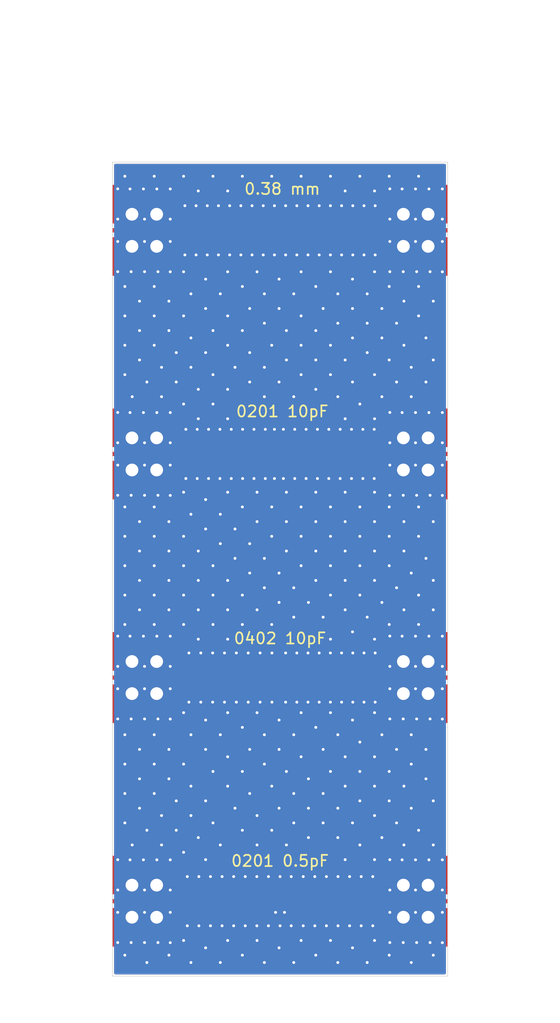
<source format=kicad_pcb>
(kicad_pcb (version 20171130) (host pcbnew 5.1.5)

  (general
    (thickness 1.65)
    (drawings 16)
    (tracks 502)
    (zones 0)
    (modules 11)
    (nets 8)
  )

  (page A4)
  (layers
    (0 F.Cu signal)
    (1 In1.Cu power)
    (2 In2.Cu power)
    (31 B.Cu signal)
    (32 B.Adhes user)
    (33 F.Adhes user)
    (34 B.Paste user)
    (35 F.Paste user)
    (36 B.SilkS user)
    (37 F.SilkS user)
    (38 B.Mask user)
    (39 F.Mask user)
    (40 Dwgs.User user)
    (41 Cmts.User user)
    (42 Eco1.User user)
    (43 Eco2.User user)
    (44 Edge.Cuts user)
    (45 Margin user)
    (46 B.CrtYd user)
    (47 F.CrtYd user)
    (48 B.Fab user)
    (49 F.Fab user hide)
  )

  (setup
    (last_trace_width 0.38)
    (trace_clearance 0.2)
    (zone_clearance 0.127)
    (zone_45_only yes)
    (trace_min 0.127)
    (via_size 0.4572)
    (via_drill 0.254)
    (via_min_size 0.4572)
    (via_min_drill 0.254)
    (uvia_size 0.3)
    (uvia_drill 0.1)
    (uvias_allowed no)
    (uvia_min_size 0.2)
    (uvia_min_drill 0.1)
    (edge_width 0.05)
    (segment_width 0.2)
    (pcb_text_width 0.3)
    (pcb_text_size 1.5 1.5)
    (mod_edge_width 0.12)
    (mod_text_size 1 1)
    (mod_text_width 0.15)
    (pad_size 1.524 1.524)
    (pad_drill 0.762)
    (pad_to_mask_clearance 0.05)
    (aux_axis_origin 0 0)
    (visible_elements FFFFFF7F)
    (pcbplotparams
      (layerselection 0x010fc_ffffffff)
      (usegerberextensions false)
      (usegerberattributes false)
      (usegerberadvancedattributes false)
      (creategerberjobfile false)
      (excludeedgelayer true)
      (linewidth 0.100000)
      (plotframeref false)
      (viasonmask false)
      (mode 1)
      (useauxorigin false)
      (hpglpennumber 1)
      (hpglpenspeed 20)
      (hpglpendiameter 15.000000)
      (psnegative false)
      (psa4output false)
      (plotreference true)
      (plotvalue true)
      (plotinvisibletext false)
      (padsonsilk false)
      (subtractmaskfromsilk false)
      (outputformat 1)
      (mirror false)
      (drillshape 0)
      (scaleselection 1)
      (outputdirectory "gerbers/"))
  )

  (net 0 "")
  (net 1 "Net-(C1-Pad1)")
  (net 2 "Net-(C1-Pad2)")
  (net 3 "Net-(C2-Pad1)")
  (net 4 "Net-(C2-Pad2)")
  (net 5 GND)
  (net 6 "Net-(C3-Pad2)")
  (net 7 "Net-(J1-Pad1)")

  (net_class Default "This is the default net class."
    (clearance 0.2)
    (trace_width 0.38)
    (via_dia 0.4572)
    (via_drill 0.254)
    (uvia_dia 0.3)
    (uvia_drill 0.1)
    (add_net GND)
    (add_net "Net-(C1-Pad1)")
    (add_net "Net-(C1-Pad2)")
    (add_net "Net-(C2-Pad1)")
    (add_net "Net-(C2-Pad2)")
    (add_net "Net-(C3-Pad2)")
    (add_net "Net-(J1-Pad1)")
  )

  (module fmcw_v5:SMA_901-10512 (layer F.Cu) (tedit 5EA77054) (tstamp 5EA80A9A)
    (at 160.1 126.1)
    (path /5EACF6D2)
    (fp_text reference J8 (at -2.275 5) (layer F.SilkS) hide
      (effects (font (size 1 1) (thickness 0.15)))
    )
    (fp_text value Conn_Coaxial (at -2.275 -4.9) (layer F.Fab)
      (effects (font (size 1 1) (thickness 0.15)))
    )
    (fp_line (start 10 -10) (end 0 -10) (layer Dwgs.User) (width 0.12))
    (fp_line (start 10 10) (end 10 -10) (layer Dwgs.User) (width 0.12))
    (fp_line (start 0 10) (end 10 10) (layer Dwgs.User) (width 0.12))
    (fp_line (start 0 -10) (end 0 10) (layer Dwgs.User) (width 0.12))
    (pad 2 thru_hole circle (at -5.175 3.7 180) (size 0.4572 0.4572) (drill 0.254) (layers *.Cu *.Mask)
      (net 5 GND))
    (pad 2 thru_hole circle (at -2.775 3.7 180) (size 0.4572 0.4572) (drill 0.254) (layers *.Cu *.Mask)
      (net 5 GND))
    (pad 2 thru_hole circle (at -0.475 1 180) (size 0.4572 0.4572) (drill 0.254) (layers *.Cu *.Mask)
      (net 5 GND))
    (pad 2 thru_hole circle (at -0.475 3.71 180) (size 0.4572 0.4572) (drill 0.254) (layers *.Cu *.Mask)
      (net 5 GND))
    (pad 2 thru_hole circle (at -1.575 3.7 180) (size 0.4572 0.4572) (drill 0.254) (layers *.Cu *.Mask)
      (net 5 GND))
    (pad 2 thru_hole circle (at -2.875 1 180) (size 0.4572 0.4572) (drill 0.254) (layers *.Cu *.Mask)
      (net 5 GND))
    (pad 2 thru_hole circle (at -3.975 3.7 180) (size 0.4572 0.4572) (drill 0.254) (layers *.Cu *.Mask)
      (net 5 GND))
    (pad 2 thru_hole circle (at -5.175 1 180) (size 0.4572 0.4572) (drill 0.254) (layers *.Cu *.Mask)
      (net 5 GND))
    (pad 2 thru_hole circle (at -4.075 -3.7) (size 0.4572 0.4572) (drill 0.254) (layers *.Cu *.Mask)
      (net 5 GND))
    (pad 2 thru_hole circle (at -1.675 -3.7) (size 0.4572 0.4572) (drill 0.254) (layers *.Cu *.Mask)
      (net 5 GND))
    (pad 2 thru_hole circle (at -0.475 -3.7) (size 0.4572 0.4572) (drill 0.254) (layers *.Cu *.Mask)
      (net 5 GND))
    (pad 2 thru_hole circle (at -2.875 -3.7) (size 0.4572 0.4572) (drill 0.254) (layers *.Cu *.Mask)
      (net 5 GND))
    (pad 2 thru_hole circle (at -0.475 -1) (size 0.4572 0.4572) (drill 0.254) (layers *.Cu *.Mask)
      (net 5 GND))
    (pad 2 thru_hole circle (at -2.875 -1) (size 0.4572 0.4572) (drill 0.254) (layers *.Cu *.Mask)
      (net 5 GND))
    (pad 2 thru_hole circle (at -5.175 -1) (size 0.4572 0.4572) (drill 0.254) (layers *.Cu *.Mask)
      (net 5 GND))
    (pad 2 thru_hole circle (at -5.175 -3.71) (size 0.4572 0.4572) (drill 0.254) (layers *.Cu *.Mask)
      (net 5 GND))
    (pad 2 thru_hole circle (at -1.75 1.435) (size 1.44 1.44) (drill 1.14) (layers *.Cu *.Mask)
      (net 5 GND))
    (pad 2 thru_hole circle (at -3.96 1.435) (size 1.44 1.44) (drill 1.14) (layers *.Cu *.Mask)
      (net 5 GND))
    (pad 2 thru_hole circle (at -3.96 -1.435) (size 1.44 1.44) (drill 1.14) (layers *.Cu *.Mask)
      (net 5 GND))
    (pad 2 thru_hole circle (at -1.75 -1.435) (size 1.44 1.44) (drill 1.14) (layers *.Cu *.Mask)
      (net 5 GND))
    (pad 2 smd rect (at -2.77 2.34) (size 5.54 3.45) (layers F.Cu F.Mask)
      (net 5 GND))
    (pad 2 smd rect (at -2.77 -2.34) (size 5.54 3.45) (layers F.Cu F.Mask)
      (net 5 GND))
    (pad 1 smd rect (at -0.475 0) (size 0.95 0.38) (layers F.Cu F.Mask)
      (net 6 "Net-(C3-Pad2)"))
  )

  (module fmcw_v5:SMA_901-10512 (layer F.Cu) (tedit 5EA77054) (tstamp 5EA80A40)
    (at 160.1 106.1)
    (path /5EACDEA4)
    (fp_text reference J7 (at -2.275 5) (layer F.SilkS) hide
      (effects (font (size 1 1) (thickness 0.15)))
    )
    (fp_text value Conn_Coaxial (at -2.275 -4.9) (layer F.Fab)
      (effects (font (size 1 1) (thickness 0.15)))
    )
    (fp_line (start 10 -10) (end 0 -10) (layer Dwgs.User) (width 0.12))
    (fp_line (start 10 10) (end 10 -10) (layer Dwgs.User) (width 0.12))
    (fp_line (start 0 10) (end 10 10) (layer Dwgs.User) (width 0.12))
    (fp_line (start 0 -10) (end 0 10) (layer Dwgs.User) (width 0.12))
    (pad 2 thru_hole circle (at -5.175 3.7 180) (size 0.4572 0.4572) (drill 0.254) (layers *.Cu *.Mask)
      (net 5 GND))
    (pad 2 thru_hole circle (at -2.775 3.7 180) (size 0.4572 0.4572) (drill 0.254) (layers *.Cu *.Mask)
      (net 5 GND))
    (pad 2 thru_hole circle (at -0.475 1 180) (size 0.4572 0.4572) (drill 0.254) (layers *.Cu *.Mask)
      (net 5 GND))
    (pad 2 thru_hole circle (at -0.475 3.71 180) (size 0.4572 0.4572) (drill 0.254) (layers *.Cu *.Mask)
      (net 5 GND))
    (pad 2 thru_hole circle (at -1.575 3.7 180) (size 0.4572 0.4572) (drill 0.254) (layers *.Cu *.Mask)
      (net 5 GND))
    (pad 2 thru_hole circle (at -2.875 1 180) (size 0.4572 0.4572) (drill 0.254) (layers *.Cu *.Mask)
      (net 5 GND))
    (pad 2 thru_hole circle (at -3.975 3.7 180) (size 0.4572 0.4572) (drill 0.254) (layers *.Cu *.Mask)
      (net 5 GND))
    (pad 2 thru_hole circle (at -5.175 1 180) (size 0.4572 0.4572) (drill 0.254) (layers *.Cu *.Mask)
      (net 5 GND))
    (pad 2 thru_hole circle (at -4.075 -3.7) (size 0.4572 0.4572) (drill 0.254) (layers *.Cu *.Mask)
      (net 5 GND))
    (pad 2 thru_hole circle (at -1.675 -3.7) (size 0.4572 0.4572) (drill 0.254) (layers *.Cu *.Mask)
      (net 5 GND))
    (pad 2 thru_hole circle (at -0.475 -3.7) (size 0.4572 0.4572) (drill 0.254) (layers *.Cu *.Mask)
      (net 5 GND))
    (pad 2 thru_hole circle (at -2.875 -3.7) (size 0.4572 0.4572) (drill 0.254) (layers *.Cu *.Mask)
      (net 5 GND))
    (pad 2 thru_hole circle (at -0.475 -1) (size 0.4572 0.4572) (drill 0.254) (layers *.Cu *.Mask)
      (net 5 GND))
    (pad 2 thru_hole circle (at -2.875 -1) (size 0.4572 0.4572) (drill 0.254) (layers *.Cu *.Mask)
      (net 5 GND))
    (pad 2 thru_hole circle (at -5.175 -1) (size 0.4572 0.4572) (drill 0.254) (layers *.Cu *.Mask)
      (net 5 GND))
    (pad 2 thru_hole circle (at -5.175 -3.71) (size 0.4572 0.4572) (drill 0.254) (layers *.Cu *.Mask)
      (net 5 GND))
    (pad 2 thru_hole circle (at -1.75 1.435) (size 1.44 1.44) (drill 1.14) (layers *.Cu *.Mask)
      (net 5 GND))
    (pad 2 thru_hole circle (at -3.96 1.435) (size 1.44 1.44) (drill 1.14) (layers *.Cu *.Mask)
      (net 5 GND))
    (pad 2 thru_hole circle (at -3.96 -1.435) (size 1.44 1.44) (drill 1.14) (layers *.Cu *.Mask)
      (net 5 GND))
    (pad 2 thru_hole circle (at -1.75 -1.435) (size 1.44 1.44) (drill 1.14) (layers *.Cu *.Mask)
      (net 5 GND))
    (pad 2 smd rect (at -2.77 2.34) (size 5.54 3.45) (layers F.Cu F.Mask)
      (net 5 GND))
    (pad 2 smd rect (at -2.77 -2.34) (size 5.54 3.45) (layers F.Cu F.Mask)
      (net 5 GND))
    (pad 1 smd rect (at -0.475 0) (size 0.95 0.38) (layers F.Cu F.Mask)
      (net 4 "Net-(C2-Pad2)"))
  )

  (module fmcw_v5:SMA_901-10512 (layer F.Cu) (tedit 5EA77054) (tstamp 5EA80B48)
    (at 160.1 86.1)
    (path /5EACCDE9)
    (fp_text reference J6 (at -2.275 5) (layer F.SilkS) hide
      (effects (font (size 1 1) (thickness 0.15)))
    )
    (fp_text value Conn_Coaxial (at -2.275 -4.9) (layer F.Fab)
      (effects (font (size 1 1) (thickness 0.15)))
    )
    (fp_line (start 10 -10) (end 0 -10) (layer Dwgs.User) (width 0.12))
    (fp_line (start 10 10) (end 10 -10) (layer Dwgs.User) (width 0.12))
    (fp_line (start 0 10) (end 10 10) (layer Dwgs.User) (width 0.12))
    (fp_line (start 0 -10) (end 0 10) (layer Dwgs.User) (width 0.12))
    (pad 2 thru_hole circle (at -5.175 3.7 180) (size 0.4572 0.4572) (drill 0.254) (layers *.Cu *.Mask)
      (net 5 GND))
    (pad 2 thru_hole circle (at -2.775 3.7 180) (size 0.4572 0.4572) (drill 0.254) (layers *.Cu *.Mask)
      (net 5 GND))
    (pad 2 thru_hole circle (at -0.475 1 180) (size 0.4572 0.4572) (drill 0.254) (layers *.Cu *.Mask)
      (net 5 GND))
    (pad 2 thru_hole circle (at -0.475 3.71 180) (size 0.4572 0.4572) (drill 0.254) (layers *.Cu *.Mask)
      (net 5 GND))
    (pad 2 thru_hole circle (at -1.575 3.7 180) (size 0.4572 0.4572) (drill 0.254) (layers *.Cu *.Mask)
      (net 5 GND))
    (pad 2 thru_hole circle (at -2.875 1 180) (size 0.4572 0.4572) (drill 0.254) (layers *.Cu *.Mask)
      (net 5 GND))
    (pad 2 thru_hole circle (at -3.975 3.7 180) (size 0.4572 0.4572) (drill 0.254) (layers *.Cu *.Mask)
      (net 5 GND))
    (pad 2 thru_hole circle (at -5.175 1 180) (size 0.4572 0.4572) (drill 0.254) (layers *.Cu *.Mask)
      (net 5 GND))
    (pad 2 thru_hole circle (at -4.075 -3.7) (size 0.4572 0.4572) (drill 0.254) (layers *.Cu *.Mask)
      (net 5 GND))
    (pad 2 thru_hole circle (at -1.675 -3.7) (size 0.4572 0.4572) (drill 0.254) (layers *.Cu *.Mask)
      (net 5 GND))
    (pad 2 thru_hole circle (at -0.475 -3.7) (size 0.4572 0.4572) (drill 0.254) (layers *.Cu *.Mask)
      (net 5 GND))
    (pad 2 thru_hole circle (at -2.875 -3.7) (size 0.4572 0.4572) (drill 0.254) (layers *.Cu *.Mask)
      (net 5 GND))
    (pad 2 thru_hole circle (at -0.475 -1) (size 0.4572 0.4572) (drill 0.254) (layers *.Cu *.Mask)
      (net 5 GND))
    (pad 2 thru_hole circle (at -2.875 -1) (size 0.4572 0.4572) (drill 0.254) (layers *.Cu *.Mask)
      (net 5 GND))
    (pad 2 thru_hole circle (at -5.175 -1) (size 0.4572 0.4572) (drill 0.254) (layers *.Cu *.Mask)
      (net 5 GND))
    (pad 2 thru_hole circle (at -5.175 -3.71) (size 0.4572 0.4572) (drill 0.254) (layers *.Cu *.Mask)
      (net 5 GND))
    (pad 2 thru_hole circle (at -1.75 1.435) (size 1.44 1.44) (drill 1.14) (layers *.Cu *.Mask)
      (net 5 GND))
    (pad 2 thru_hole circle (at -3.96 1.435) (size 1.44 1.44) (drill 1.14) (layers *.Cu *.Mask)
      (net 5 GND))
    (pad 2 thru_hole circle (at -3.96 -1.435) (size 1.44 1.44) (drill 1.14) (layers *.Cu *.Mask)
      (net 5 GND))
    (pad 2 thru_hole circle (at -1.75 -1.435) (size 1.44 1.44) (drill 1.14) (layers *.Cu *.Mask)
      (net 5 GND))
    (pad 2 smd rect (at -2.77 2.34) (size 5.54 3.45) (layers F.Cu F.Mask)
      (net 5 GND))
    (pad 2 smd rect (at -2.77 -2.34) (size 5.54 3.45) (layers F.Cu F.Mask)
      (net 5 GND))
    (pad 1 smd rect (at -0.475 0) (size 0.95 0.38) (layers F.Cu F.Mask)
      (net 2 "Net-(C1-Pad2)"))
  )

  (module fmcw_v5:SMA_901-10512 (layer F.Cu) (tedit 5EA77054) (tstamp 5EA8056E)
    (at 160.1 66.1)
    (path /5EACC363)
    (fp_text reference J5 (at -2.275 5) (layer F.SilkS) hide
      (effects (font (size 1 1) (thickness 0.15)))
    )
    (fp_text value Conn_Coaxial (at -2.275 -4.9) (layer F.Fab)
      (effects (font (size 1 1) (thickness 0.15)))
    )
    (fp_line (start 10 -10) (end 0 -10) (layer Dwgs.User) (width 0.12))
    (fp_line (start 10 10) (end 10 -10) (layer Dwgs.User) (width 0.12))
    (fp_line (start 0 10) (end 10 10) (layer Dwgs.User) (width 0.12))
    (fp_line (start 0 -10) (end 0 10) (layer Dwgs.User) (width 0.12))
    (pad 2 thru_hole circle (at -5.175 3.7 180) (size 0.4572 0.4572) (drill 0.254) (layers *.Cu *.Mask)
      (net 5 GND))
    (pad 2 thru_hole circle (at -2.775 3.7 180) (size 0.4572 0.4572) (drill 0.254) (layers *.Cu *.Mask)
      (net 5 GND))
    (pad 2 thru_hole circle (at -0.475 1 180) (size 0.4572 0.4572) (drill 0.254) (layers *.Cu *.Mask)
      (net 5 GND))
    (pad 2 thru_hole circle (at -0.475 3.71 180) (size 0.4572 0.4572) (drill 0.254) (layers *.Cu *.Mask)
      (net 5 GND))
    (pad 2 thru_hole circle (at -1.575 3.7 180) (size 0.4572 0.4572) (drill 0.254) (layers *.Cu *.Mask)
      (net 5 GND))
    (pad 2 thru_hole circle (at -2.875 1 180) (size 0.4572 0.4572) (drill 0.254) (layers *.Cu *.Mask)
      (net 5 GND))
    (pad 2 thru_hole circle (at -3.975 3.7 180) (size 0.4572 0.4572) (drill 0.254) (layers *.Cu *.Mask)
      (net 5 GND))
    (pad 2 thru_hole circle (at -5.175 1 180) (size 0.4572 0.4572) (drill 0.254) (layers *.Cu *.Mask)
      (net 5 GND))
    (pad 2 thru_hole circle (at -4.075 -3.7) (size 0.4572 0.4572) (drill 0.254) (layers *.Cu *.Mask)
      (net 5 GND))
    (pad 2 thru_hole circle (at -1.675 -3.7) (size 0.4572 0.4572) (drill 0.254) (layers *.Cu *.Mask)
      (net 5 GND))
    (pad 2 thru_hole circle (at -0.475 -3.7) (size 0.4572 0.4572) (drill 0.254) (layers *.Cu *.Mask)
      (net 5 GND))
    (pad 2 thru_hole circle (at -2.875 -3.7) (size 0.4572 0.4572) (drill 0.254) (layers *.Cu *.Mask)
      (net 5 GND))
    (pad 2 thru_hole circle (at -0.475 -1) (size 0.4572 0.4572) (drill 0.254) (layers *.Cu *.Mask)
      (net 5 GND))
    (pad 2 thru_hole circle (at -2.875 -1) (size 0.4572 0.4572) (drill 0.254) (layers *.Cu *.Mask)
      (net 5 GND))
    (pad 2 thru_hole circle (at -5.175 -1) (size 0.4572 0.4572) (drill 0.254) (layers *.Cu *.Mask)
      (net 5 GND))
    (pad 2 thru_hole circle (at -5.175 -3.71) (size 0.4572 0.4572) (drill 0.254) (layers *.Cu *.Mask)
      (net 5 GND))
    (pad 2 thru_hole circle (at -1.75 1.435) (size 1.44 1.44) (drill 1.14) (layers *.Cu *.Mask)
      (net 5 GND))
    (pad 2 thru_hole circle (at -3.96 1.435) (size 1.44 1.44) (drill 1.14) (layers *.Cu *.Mask)
      (net 5 GND))
    (pad 2 thru_hole circle (at -3.96 -1.435) (size 1.44 1.44) (drill 1.14) (layers *.Cu *.Mask)
      (net 5 GND))
    (pad 2 thru_hole circle (at -1.75 -1.435) (size 1.44 1.44) (drill 1.14) (layers *.Cu *.Mask)
      (net 5 GND))
    (pad 2 smd rect (at -2.77 2.34) (size 5.54 3.45) (layers F.Cu F.Mask)
      (net 5 GND))
    (pad 2 smd rect (at -2.77 -2.34) (size 5.54 3.45) (layers F.Cu F.Mask)
      (net 5 GND))
    (pad 1 smd rect (at -0.475 0) (size 0.95 0.38) (layers F.Cu F.Mask)
      (net 7 "Net-(J1-Pad1)"))
  )

  (module fmcw_v5:SMA_901-10512 (layer F.Cu) (tedit 5EA77054) (tstamp 5EA8095F)
    (at 130.1 126.1 180)
    (path /5EACF6E1)
    (fp_text reference J4 (at -2.275 5) (layer F.SilkS) hide
      (effects (font (size 1 1) (thickness 0.15)))
    )
    (fp_text value Conn_Coaxial (at -2.275 -4.9) (layer F.Fab)
      (effects (font (size 1 1) (thickness 0.15)))
    )
    (fp_line (start 10 -10) (end 0 -10) (layer Dwgs.User) (width 0.12))
    (fp_line (start 10 10) (end 10 -10) (layer Dwgs.User) (width 0.12))
    (fp_line (start 0 10) (end 10 10) (layer Dwgs.User) (width 0.12))
    (fp_line (start 0 -10) (end 0 10) (layer Dwgs.User) (width 0.12))
    (pad 2 thru_hole circle (at -5.175 3.7) (size 0.4572 0.4572) (drill 0.254) (layers *.Cu *.Mask)
      (net 5 GND))
    (pad 2 thru_hole circle (at -2.775 3.7) (size 0.4572 0.4572) (drill 0.254) (layers *.Cu *.Mask)
      (net 5 GND))
    (pad 2 thru_hole circle (at -0.475 1) (size 0.4572 0.4572) (drill 0.254) (layers *.Cu *.Mask)
      (net 5 GND))
    (pad 2 thru_hole circle (at -0.475 3.71) (size 0.4572 0.4572) (drill 0.254) (layers *.Cu *.Mask)
      (net 5 GND))
    (pad 2 thru_hole circle (at -1.575 3.7) (size 0.4572 0.4572) (drill 0.254) (layers *.Cu *.Mask)
      (net 5 GND))
    (pad 2 thru_hole circle (at -2.875 1) (size 0.4572 0.4572) (drill 0.254) (layers *.Cu *.Mask)
      (net 5 GND))
    (pad 2 thru_hole circle (at -3.975 3.7) (size 0.4572 0.4572) (drill 0.254) (layers *.Cu *.Mask)
      (net 5 GND))
    (pad 2 thru_hole circle (at -5.175 1) (size 0.4572 0.4572) (drill 0.254) (layers *.Cu *.Mask)
      (net 5 GND))
    (pad 2 thru_hole circle (at -4.075 -3.7 180) (size 0.4572 0.4572) (drill 0.254) (layers *.Cu *.Mask)
      (net 5 GND))
    (pad 2 thru_hole circle (at -1.675 -3.7 180) (size 0.4572 0.4572) (drill 0.254) (layers *.Cu *.Mask)
      (net 5 GND))
    (pad 2 thru_hole circle (at -0.475 -3.7 180) (size 0.4572 0.4572) (drill 0.254) (layers *.Cu *.Mask)
      (net 5 GND))
    (pad 2 thru_hole circle (at -2.875 -3.7 180) (size 0.4572 0.4572) (drill 0.254) (layers *.Cu *.Mask)
      (net 5 GND))
    (pad 2 thru_hole circle (at -0.475 -1 180) (size 0.4572 0.4572) (drill 0.254) (layers *.Cu *.Mask)
      (net 5 GND))
    (pad 2 thru_hole circle (at -2.875 -1 180) (size 0.4572 0.4572) (drill 0.254) (layers *.Cu *.Mask)
      (net 5 GND))
    (pad 2 thru_hole circle (at -5.175 -1 180) (size 0.4572 0.4572) (drill 0.254) (layers *.Cu *.Mask)
      (net 5 GND))
    (pad 2 thru_hole circle (at -5.175 -3.71 180) (size 0.4572 0.4572) (drill 0.254) (layers *.Cu *.Mask)
      (net 5 GND))
    (pad 2 thru_hole circle (at -1.75 1.435 180) (size 1.44 1.44) (drill 1.14) (layers *.Cu *.Mask)
      (net 5 GND))
    (pad 2 thru_hole circle (at -3.96 1.435 180) (size 1.44 1.44) (drill 1.14) (layers *.Cu *.Mask)
      (net 5 GND))
    (pad 2 thru_hole circle (at -3.96 -1.435 180) (size 1.44 1.44) (drill 1.14) (layers *.Cu *.Mask)
      (net 5 GND))
    (pad 2 thru_hole circle (at -1.75 -1.435 180) (size 1.44 1.44) (drill 1.14) (layers *.Cu *.Mask)
      (net 5 GND))
    (pad 2 smd rect (at -2.77 2.34 180) (size 5.54 3.45) (layers F.Cu F.Mask)
      (net 5 GND))
    (pad 2 smd rect (at -2.77 -2.34 180) (size 5.54 3.45) (layers F.Cu F.Mask)
      (net 5 GND))
    (pad 1 smd rect (at -0.475 0 180) (size 0.95 0.38) (layers F.Cu F.Mask)
      (net 6 "Net-(C3-Pad2)"))
  )

  (module fmcw_v5:SMA_901-10512 (layer F.Cu) (tedit 5EA77054) (tstamp 5EA809B9)
    (at 130.1 106.1 180)
    (path /5EACDEAD)
    (fp_text reference J3 (at -2.275 5) (layer F.SilkS) hide
      (effects (font (size 1 1) (thickness 0.15)))
    )
    (fp_text value Conn_Coaxial (at -2.275 -4.9) (layer F.Fab)
      (effects (font (size 1 1) (thickness 0.15)))
    )
    (fp_line (start 10 -10) (end 0 -10) (layer Dwgs.User) (width 0.12))
    (fp_line (start 10 10) (end 10 -10) (layer Dwgs.User) (width 0.12))
    (fp_line (start 0 10) (end 10 10) (layer Dwgs.User) (width 0.12))
    (fp_line (start 0 -10) (end 0 10) (layer Dwgs.User) (width 0.12))
    (pad 2 thru_hole circle (at -5.175 3.7) (size 0.4572 0.4572) (drill 0.254) (layers *.Cu *.Mask)
      (net 5 GND))
    (pad 2 thru_hole circle (at -2.775 3.7) (size 0.4572 0.4572) (drill 0.254) (layers *.Cu *.Mask)
      (net 5 GND))
    (pad 2 thru_hole circle (at -0.475 1) (size 0.4572 0.4572) (drill 0.254) (layers *.Cu *.Mask)
      (net 5 GND))
    (pad 2 thru_hole circle (at -0.475 3.71) (size 0.4572 0.4572) (drill 0.254) (layers *.Cu *.Mask)
      (net 5 GND))
    (pad 2 thru_hole circle (at -1.575 3.7) (size 0.4572 0.4572) (drill 0.254) (layers *.Cu *.Mask)
      (net 5 GND))
    (pad 2 thru_hole circle (at -2.875 1) (size 0.4572 0.4572) (drill 0.254) (layers *.Cu *.Mask)
      (net 5 GND))
    (pad 2 thru_hole circle (at -3.975 3.7) (size 0.4572 0.4572) (drill 0.254) (layers *.Cu *.Mask)
      (net 5 GND))
    (pad 2 thru_hole circle (at -5.175 1) (size 0.4572 0.4572) (drill 0.254) (layers *.Cu *.Mask)
      (net 5 GND))
    (pad 2 thru_hole circle (at -4.075 -3.7 180) (size 0.4572 0.4572) (drill 0.254) (layers *.Cu *.Mask)
      (net 5 GND))
    (pad 2 thru_hole circle (at -1.675 -3.7 180) (size 0.4572 0.4572) (drill 0.254) (layers *.Cu *.Mask)
      (net 5 GND))
    (pad 2 thru_hole circle (at -0.475 -3.7 180) (size 0.4572 0.4572) (drill 0.254) (layers *.Cu *.Mask)
      (net 5 GND))
    (pad 2 thru_hole circle (at -2.875 -3.7 180) (size 0.4572 0.4572) (drill 0.254) (layers *.Cu *.Mask)
      (net 5 GND))
    (pad 2 thru_hole circle (at -0.475 -1 180) (size 0.4572 0.4572) (drill 0.254) (layers *.Cu *.Mask)
      (net 5 GND))
    (pad 2 thru_hole circle (at -2.875 -1 180) (size 0.4572 0.4572) (drill 0.254) (layers *.Cu *.Mask)
      (net 5 GND))
    (pad 2 thru_hole circle (at -5.175 -1 180) (size 0.4572 0.4572) (drill 0.254) (layers *.Cu *.Mask)
      (net 5 GND))
    (pad 2 thru_hole circle (at -5.175 -3.71 180) (size 0.4572 0.4572) (drill 0.254) (layers *.Cu *.Mask)
      (net 5 GND))
    (pad 2 thru_hole circle (at -1.75 1.435 180) (size 1.44 1.44) (drill 1.14) (layers *.Cu *.Mask)
      (net 5 GND))
    (pad 2 thru_hole circle (at -3.96 1.435 180) (size 1.44 1.44) (drill 1.14) (layers *.Cu *.Mask)
      (net 5 GND))
    (pad 2 thru_hole circle (at -3.96 -1.435 180) (size 1.44 1.44) (drill 1.14) (layers *.Cu *.Mask)
      (net 5 GND))
    (pad 2 thru_hole circle (at -1.75 -1.435 180) (size 1.44 1.44) (drill 1.14) (layers *.Cu *.Mask)
      (net 5 GND))
    (pad 2 smd rect (at -2.77 2.34 180) (size 5.54 3.45) (layers F.Cu F.Mask)
      (net 5 GND))
    (pad 2 smd rect (at -2.77 -2.34 180) (size 5.54 3.45) (layers F.Cu F.Mask)
      (net 5 GND))
    (pad 1 smd rect (at -0.475 0 180) (size 0.95 0.38) (layers F.Cu F.Mask)
      (net 3 "Net-(C2-Pad1)"))
  )

  (module fmcw_v5:SMA_901-10512 (layer F.Cu) (tedit 5EA77054) (tstamp 5EA80511)
    (at 130.1 86.1 180)
    (path /5EACCDF6)
    (fp_text reference J2 (at -2.275 5) (layer F.SilkS) hide
      (effects (font (size 1 1) (thickness 0.15)))
    )
    (fp_text value Conn_Coaxial (at -2.275 -4.9) (layer F.Fab)
      (effects (font (size 1 1) (thickness 0.15)))
    )
    (fp_line (start 10 -10) (end 0 -10) (layer Dwgs.User) (width 0.12))
    (fp_line (start 10 10) (end 10 -10) (layer Dwgs.User) (width 0.12))
    (fp_line (start 0 10) (end 10 10) (layer Dwgs.User) (width 0.12))
    (fp_line (start 0 -10) (end 0 10) (layer Dwgs.User) (width 0.12))
    (pad 2 thru_hole circle (at -5.175 3.7) (size 0.4572 0.4572) (drill 0.254) (layers *.Cu *.Mask)
      (net 5 GND))
    (pad 2 thru_hole circle (at -2.775 3.7) (size 0.4572 0.4572) (drill 0.254) (layers *.Cu *.Mask)
      (net 5 GND))
    (pad 2 thru_hole circle (at -0.475 1) (size 0.4572 0.4572) (drill 0.254) (layers *.Cu *.Mask)
      (net 5 GND))
    (pad 2 thru_hole circle (at -0.475 3.71) (size 0.4572 0.4572) (drill 0.254) (layers *.Cu *.Mask)
      (net 5 GND))
    (pad 2 thru_hole circle (at -1.575 3.7) (size 0.4572 0.4572) (drill 0.254) (layers *.Cu *.Mask)
      (net 5 GND))
    (pad 2 thru_hole circle (at -2.875 1) (size 0.4572 0.4572) (drill 0.254) (layers *.Cu *.Mask)
      (net 5 GND))
    (pad 2 thru_hole circle (at -3.975 3.7) (size 0.4572 0.4572) (drill 0.254) (layers *.Cu *.Mask)
      (net 5 GND))
    (pad 2 thru_hole circle (at -5.175 1) (size 0.4572 0.4572) (drill 0.254) (layers *.Cu *.Mask)
      (net 5 GND))
    (pad 2 thru_hole circle (at -4.075 -3.7 180) (size 0.4572 0.4572) (drill 0.254) (layers *.Cu *.Mask)
      (net 5 GND))
    (pad 2 thru_hole circle (at -1.675 -3.7 180) (size 0.4572 0.4572) (drill 0.254) (layers *.Cu *.Mask)
      (net 5 GND))
    (pad 2 thru_hole circle (at -0.475 -3.7 180) (size 0.4572 0.4572) (drill 0.254) (layers *.Cu *.Mask)
      (net 5 GND))
    (pad 2 thru_hole circle (at -2.875 -3.7 180) (size 0.4572 0.4572) (drill 0.254) (layers *.Cu *.Mask)
      (net 5 GND))
    (pad 2 thru_hole circle (at -0.475 -1 180) (size 0.4572 0.4572) (drill 0.254) (layers *.Cu *.Mask)
      (net 5 GND))
    (pad 2 thru_hole circle (at -2.875 -1 180) (size 0.4572 0.4572) (drill 0.254) (layers *.Cu *.Mask)
      (net 5 GND))
    (pad 2 thru_hole circle (at -5.175 -1 180) (size 0.4572 0.4572) (drill 0.254) (layers *.Cu *.Mask)
      (net 5 GND))
    (pad 2 thru_hole circle (at -5.175 -3.71 180) (size 0.4572 0.4572) (drill 0.254) (layers *.Cu *.Mask)
      (net 5 GND))
    (pad 2 thru_hole circle (at -1.75 1.435 180) (size 1.44 1.44) (drill 1.14) (layers *.Cu *.Mask)
      (net 5 GND))
    (pad 2 thru_hole circle (at -3.96 1.435 180) (size 1.44 1.44) (drill 1.14) (layers *.Cu *.Mask)
      (net 5 GND))
    (pad 2 thru_hole circle (at -3.96 -1.435 180) (size 1.44 1.44) (drill 1.14) (layers *.Cu *.Mask)
      (net 5 GND))
    (pad 2 thru_hole circle (at -1.75 -1.435 180) (size 1.44 1.44) (drill 1.14) (layers *.Cu *.Mask)
      (net 5 GND))
    (pad 2 smd rect (at -2.77 2.34 180) (size 5.54 3.45) (layers F.Cu F.Mask)
      (net 5 GND))
    (pad 2 smd rect (at -2.77 -2.34 180) (size 5.54 3.45) (layers F.Cu F.Mask)
      (net 5 GND))
    (pad 1 smd rect (at -0.475 0 180) (size 0.95 0.38) (layers F.Cu F.Mask)
      (net 1 "Net-(C1-Pad1)"))
  )

  (module fmcw_v5:SMA_901-10512 (layer F.Cu) (tedit 5EA77054) (tstamp 5EA804F2)
    (at 130.1 66.1 180)
    (path /5EACAD67)
    (fp_text reference J1 (at -2.275 5) (layer F.SilkS) hide
      (effects (font (size 1 1) (thickness 0.15)))
    )
    (fp_text value Conn_Coaxial (at -2.275 -4.9) (layer F.Fab)
      (effects (font (size 1 1) (thickness 0.15)))
    )
    (fp_line (start 10 -10) (end 0 -10) (layer Dwgs.User) (width 0.12))
    (fp_line (start 10 10) (end 10 -10) (layer Dwgs.User) (width 0.12))
    (fp_line (start 0 10) (end 10 10) (layer Dwgs.User) (width 0.12))
    (fp_line (start 0 -10) (end 0 10) (layer Dwgs.User) (width 0.12))
    (pad 2 thru_hole circle (at -5.175 3.7) (size 0.4572 0.4572) (drill 0.254) (layers *.Cu *.Mask)
      (net 5 GND))
    (pad 2 thru_hole circle (at -2.775 3.7) (size 0.4572 0.4572) (drill 0.254) (layers *.Cu *.Mask)
      (net 5 GND))
    (pad 2 thru_hole circle (at -0.475 1) (size 0.4572 0.4572) (drill 0.254) (layers *.Cu *.Mask)
      (net 5 GND))
    (pad 2 thru_hole circle (at -0.475 3.71) (size 0.4572 0.4572) (drill 0.254) (layers *.Cu *.Mask)
      (net 5 GND))
    (pad 2 thru_hole circle (at -1.575 3.7) (size 0.4572 0.4572) (drill 0.254) (layers *.Cu *.Mask)
      (net 5 GND))
    (pad 2 thru_hole circle (at -2.875 1) (size 0.4572 0.4572) (drill 0.254) (layers *.Cu *.Mask)
      (net 5 GND))
    (pad 2 thru_hole circle (at -3.975 3.7) (size 0.4572 0.4572) (drill 0.254) (layers *.Cu *.Mask)
      (net 5 GND))
    (pad 2 thru_hole circle (at -5.175 1) (size 0.4572 0.4572) (drill 0.254) (layers *.Cu *.Mask)
      (net 5 GND))
    (pad 2 thru_hole circle (at -4.075 -3.7 180) (size 0.4572 0.4572) (drill 0.254) (layers *.Cu *.Mask)
      (net 5 GND))
    (pad 2 thru_hole circle (at -1.675 -3.7 180) (size 0.4572 0.4572) (drill 0.254) (layers *.Cu *.Mask)
      (net 5 GND))
    (pad 2 thru_hole circle (at -0.475 -3.7 180) (size 0.4572 0.4572) (drill 0.254) (layers *.Cu *.Mask)
      (net 5 GND))
    (pad 2 thru_hole circle (at -2.875 -3.7 180) (size 0.4572 0.4572) (drill 0.254) (layers *.Cu *.Mask)
      (net 5 GND))
    (pad 2 thru_hole circle (at -0.475 -1 180) (size 0.4572 0.4572) (drill 0.254) (layers *.Cu *.Mask)
      (net 5 GND))
    (pad 2 thru_hole circle (at -2.875 -1 180) (size 0.4572 0.4572) (drill 0.254) (layers *.Cu *.Mask)
      (net 5 GND))
    (pad 2 thru_hole circle (at -5.175 -1 180) (size 0.4572 0.4572) (drill 0.254) (layers *.Cu *.Mask)
      (net 5 GND))
    (pad 2 thru_hole circle (at -5.175 -3.71 180) (size 0.4572 0.4572) (drill 0.254) (layers *.Cu *.Mask)
      (net 5 GND))
    (pad 2 thru_hole circle (at -1.75 1.435 180) (size 1.44 1.44) (drill 1.14) (layers *.Cu *.Mask)
      (net 5 GND))
    (pad 2 thru_hole circle (at -3.96 1.435 180) (size 1.44 1.44) (drill 1.14) (layers *.Cu *.Mask)
      (net 5 GND))
    (pad 2 thru_hole circle (at -3.96 -1.435 180) (size 1.44 1.44) (drill 1.14) (layers *.Cu *.Mask)
      (net 5 GND))
    (pad 2 thru_hole circle (at -1.75 -1.435 180) (size 1.44 1.44) (drill 1.14) (layers *.Cu *.Mask)
      (net 5 GND))
    (pad 2 smd rect (at -2.77 2.34 180) (size 5.54 3.45) (layers F.Cu F.Mask)
      (net 5 GND))
    (pad 2 smd rect (at -2.77 -2.34 180) (size 5.54 3.45) (layers F.Cu F.Mask)
      (net 5 GND))
    (pad 1 smd rect (at -0.475 0 180) (size 0.95 0.38) (layers F.Cu F.Mask)
      (net 7 "Net-(J1-Pad1)"))
  )

  (module fmcw_v5:RF_C_0201_0603Metric (layer F.Cu) (tedit 5E953A69) (tstamp 5EA80AE4)
    (at 145.1 126.4 90)
    (descr "Capacitor SMD 0201 (0603 Metric), square (rectangular) end terminal, IPC_7351 nominal, (Body size source: https://www.vishay.com/docs/20052/crcw0201e3.pdf), generated with kicad-footprint-generator")
    (tags capacitor)
    (path /5EACF6CB)
    (attr smd)
    (fp_text reference C3 (at 0 -1.05 90) (layer F.SilkS) hide
      (effects (font (size 1 1) (thickness 0.15)))
    )
    (fp_text value 0.5p (at 0 1.05 90) (layer F.Fab)
      (effects (font (size 1 1) (thickness 0.15)))
    )
    (fp_line (start -0.3 0.15) (end -0.3 -0.15) (layer F.Fab) (width 0.1))
    (fp_line (start -0.3 -0.15) (end 0.3 -0.15) (layer F.Fab) (width 0.1))
    (fp_line (start 0.3 -0.15) (end 0.3 0.15) (layer F.Fab) (width 0.1))
    (fp_line (start 0.3 0.15) (end -0.3 0.15) (layer F.Fab) (width 0.1))
    (fp_line (start -0.7 0.35) (end -0.7 -0.35) (layer F.CrtYd) (width 0.05))
    (fp_line (start -0.7 -0.35) (end 0.7 -0.35) (layer F.CrtYd) (width 0.05))
    (fp_line (start 0.7 -0.35) (end 0.7 0.35) (layer F.CrtYd) (width 0.05))
    (fp_line (start 0.7 0.35) (end -0.7 0.35) (layer F.CrtYd) (width 0.05))
    (fp_text user %R (at 0 -0.68 90) (layer F.Fab)
      (effects (font (size 0.25 0.25) (thickness 0.04)))
    )
    (pad 1 smd roundrect (at -0.3 0 90) (size 0.38 0.38) (layers F.Cu F.Paste F.Mask) (roundrect_rratio 0.25)
      (net 5 GND))
    (pad 2 smd roundrect (at 0.3 0 90) (size 0.38 0.38) (layers F.Cu F.Paste F.Mask) (roundrect_rratio 0.25)
      (net 6 "Net-(C3-Pad2)"))
    (model ${KISYS3DMOD}/Capacitor_SMD.3dshapes/C_0201_0603Metric.wrl
      (at (xyz 0 0 0))
      (scale (xyz 1 1 1))
      (rotate (xyz 0 0 0))
    )
  )

  (module fmcw_v5:RF_C_0402_1005Metric (layer F.Cu) (tedit 5EA76CE9) (tstamp 5EA80B0E)
    (at 145.1 106.1)
    (descr "Capacitor SMD 0402 (1005 Metric), square (rectangular) end terminal, IPC_7351 nominal, (Body size source: http://www.tortai-tech.com/upload/download/2011102023233369053.pdf), generated with kicad-footprint-generator")
    (tags capacitor)
    (path /5EACDEB4)
    (attr smd)
    (fp_text reference C2 (at 0 -1.17) (layer F.SilkS) hide
      (effects (font (size 1 1) (thickness 0.15)))
    )
    (fp_text value 10p (at 0 1.17) (layer F.Fab)
      (effects (font (size 1 1) (thickness 0.15)))
    )
    (fp_line (start -0.5 0.25) (end -0.5 -0.25) (layer F.Fab) (width 0.1))
    (fp_line (start -0.5 -0.25) (end 0.5 -0.25) (layer F.Fab) (width 0.1))
    (fp_line (start 0.5 -0.25) (end 0.5 0.25) (layer F.Fab) (width 0.1))
    (fp_line (start 0.5 0.25) (end -0.5 0.25) (layer F.Fab) (width 0.1))
    (fp_line (start -0.93 0.47) (end -0.93 -0.47) (layer F.CrtYd) (width 0.05))
    (fp_line (start -0.93 -0.47) (end 0.93 -0.47) (layer F.CrtYd) (width 0.05))
    (fp_line (start 0.93 -0.47) (end 0.93 0.47) (layer F.CrtYd) (width 0.05))
    (fp_line (start 0.93 0.47) (end -0.93 0.47) (layer F.CrtYd) (width 0.05))
    (fp_text user %R (at 0 0) (layer F.Fab)
      (effects (font (size 0.25 0.25) (thickness 0.04)))
    )
    (pad 1 smd roundrect (at -0.5 0) (size 0.5 0.5) (layers F.Cu F.Paste F.Mask) (roundrect_rratio 0.25)
      (net 3 "Net-(C2-Pad1)"))
    (pad 2 smd roundrect (at 0.5 0) (size 0.5 0.5) (layers F.Cu F.Paste F.Mask) (roundrect_rratio 0.25)
      (net 4 "Net-(C2-Pad2)"))
    (model ${KISYS3DMOD}/Capacitor_SMD.3dshapes/C_0402_1005Metric.wrl
      (at (xyz 0 0 0))
      (scale (xyz 1 1 1))
      (rotate (xyz 0 0 0))
    )
  )

  (module fmcw_v5:RF_C_0201_0603Metric (layer F.Cu) (tedit 5E953A69) (tstamp 5EA80A06)
    (at 145.1 86.1)
    (descr "Capacitor SMD 0201 (0603 Metric), square (rectangular) end terminal, IPC_7351 nominal, (Body size source: https://www.vishay.com/docs/20052/crcw0201e3.pdf), generated with kicad-footprint-generator")
    (tags capacitor)
    (path /5EACD79D)
    (attr smd)
    (fp_text reference C1 (at 0 -1.05) (layer F.SilkS) hide
      (effects (font (size 1 1) (thickness 0.15)))
    )
    (fp_text value 10p (at 0 1.05) (layer F.Fab)
      (effects (font (size 1 1) (thickness 0.15)))
    )
    (fp_line (start -0.3 0.15) (end -0.3 -0.15) (layer F.Fab) (width 0.1))
    (fp_line (start -0.3 -0.15) (end 0.3 -0.15) (layer F.Fab) (width 0.1))
    (fp_line (start 0.3 -0.15) (end 0.3 0.15) (layer F.Fab) (width 0.1))
    (fp_line (start 0.3 0.15) (end -0.3 0.15) (layer F.Fab) (width 0.1))
    (fp_line (start -0.7 0.35) (end -0.7 -0.35) (layer F.CrtYd) (width 0.05))
    (fp_line (start -0.7 -0.35) (end 0.7 -0.35) (layer F.CrtYd) (width 0.05))
    (fp_line (start 0.7 -0.35) (end 0.7 0.35) (layer F.CrtYd) (width 0.05))
    (fp_line (start 0.7 0.35) (end -0.7 0.35) (layer F.CrtYd) (width 0.05))
    (fp_text user %R (at 0 -0.68) (layer F.Fab)
      (effects (font (size 0.25 0.25) (thickness 0.04)))
    )
    (pad 1 smd roundrect (at -0.3 0) (size 0.38 0.38) (layers F.Cu F.Paste F.Mask) (roundrect_rratio 0.25)
      (net 1 "Net-(C1-Pad1)"))
    (pad 2 smd roundrect (at 0.3 0) (size 0.38 0.38) (layers F.Cu F.Paste F.Mask) (roundrect_rratio 0.25)
      (net 2 "Net-(C1-Pad2)"))
    (model ${KISYS3DMOD}/Capacitor_SMD.3dshapes/C_0201_0603Metric.wrl
      (at (xyz 0 0 0))
      (scale (xyz 1 1 1))
      (rotate (xyz 0 0 0))
    )
  )

  (gr_line (start 132.2 66.1) (end 158 66.1) (layer F.Mask) (width 0.78) (tstamp 393))
  (gr_line (start 146.3 126.1) (end 158.1 126.1) (layer F.Mask) (width 0.78) (tstamp 38F))
  (gr_line (start 132.2 126.1) (end 143.9 126.1) (layer F.Mask) (width 0.78) (tstamp 38F))
  (gr_line (start 146.9 106.1) (end 158 106.1) (layer F.Mask) (width 0.78) (tstamp 38E))
  (gr_line (start 132.1 106.1) (end 143.3 106.1) (layer F.Mask) (width 0.78) (tstamp 38D))
  (gr_line (start 146.6 86.1) (end 158.1 86.1) (layer F.Mask) (width 0.78) (tstamp 38D))
  (gr_line (start 132.1 86.1) (end 143.6 86.1) (layer F.Mask) (width 0.78) (tstamp 38C))
  (gr_text "0201 0.5pF" (at 145.1 122.5) (layer F.SilkS) (tstamp 5EA82198)
    (effects (font (size 1 1) (thickness 0.15)))
  )
  (gr_text "0402 10pF" (at 145.1 102.6) (layer F.SilkS) (tstamp 5EA82195)
    (effects (font (size 1 1) (thickness 0.15)))
  )
  (gr_text "0201 10pF" (at 145.3 82.3) (layer F.SilkS) (tstamp 5EA82191)
    (effects (font (size 1 1) (thickness 0.15)))
  )
  (gr_text "0.38 mm" (at 145.3 62.4) (layer F.SilkS)
    (effects (font (size 1 1) (thickness 0.15)))
  )
  (gr_line (start 130.1 132.8) (end 130.1 60) (layer Edge.Cuts) (width 0.05) (tstamp 5EA80802))
  (gr_line (start 160.1 132.8) (end 130.1 132.8) (layer Edge.Cuts) (width 0.05) (tstamp 5EA809F6))
  (gr_line (start 160.1 60) (end 160.1 132.8) (layer Edge.Cuts) (width 0.05))
  (gr_line (start 130.1 60) (end 160.1 60) (layer Edge.Cuts) (width 0.05))
  (dimension 30 (width 0.1) (layer Dwgs.User)
    (gr_text "30.000 mm" (at 145.1 46.25) (layer Dwgs.User)
      (effects (font (size 1 1) (thickness 0.15)))
    )
    (feature1 (pts (xy 160.1 60) (xy 160.1 46.913579)))
    (feature2 (pts (xy 130.1 60) (xy 130.1 46.913579)))
    (crossbar (pts (xy 130.1 47.5) (xy 160.1 47.5)))
    (arrow1a (pts (xy 160.1 47.5) (xy 158.973496 48.086421)))
    (arrow1b (pts (xy 160.1 47.5) (xy 158.973496 46.913579)))
    (arrow2a (pts (xy 130.1 47.5) (xy 131.226504 48.086421)))
    (arrow2b (pts (xy 130.1 47.5) (xy 131.226504 46.913579)))
  )

  (via (at 147.175 128.3) (size 0.4572) (drill 0.254) (layers F.Cu B.Cu) (net 5) (tstamp 37))
  (via (at 148.2125 128.3) (size 0.4572) (drill 0.254) (layers F.Cu B.Cu) (net 5) (tstamp 37))
  (via (at 149.25 128.3) (size 0.4572) (drill 0.254) (layers F.Cu B.Cu) (net 5) (tstamp 37))
  (via (at 150.2875 128.3) (size 0.4572) (drill 0.254) (layers F.Cu B.Cu) (net 5) (tstamp 37))
  (via (at 151.325 128.3) (size 0.4572) (drill 0.254) (layers F.Cu B.Cu) (net 5) (tstamp 37))
  (via (at 152.3625 128.3) (size 0.4572) (drill 0.254) (layers F.Cu B.Cu) (net 5) (tstamp 37))
  (via (at 153.4 128.3) (size 0.4572) (drill 0.254) (layers F.Cu B.Cu) (net 5) (tstamp 37))
  (via (at 153.4 123.9) (size 0.4572) (drill 0.254) (layers F.Cu B.Cu) (net 5) (tstamp 37))
  (via (at 152.3625 123.9) (size 0.4572) (drill 0.254) (layers F.Cu B.Cu) (net 5) (tstamp 37))
  (via (at 151.325 123.9) (size 0.4572) (drill 0.254) (layers F.Cu B.Cu) (net 5) (tstamp 37))
  (via (at 150.2875 123.9) (size 0.4572) (drill 0.254) (layers F.Cu B.Cu) (net 5) (tstamp 37))
  (via (at 149.25 123.9) (size 0.4572) (drill 0.254) (layers F.Cu B.Cu) (net 5) (tstamp 37))
  (via (at 148.2125 123.9) (size 0.4572) (drill 0.254) (layers F.Cu B.Cu) (net 5) (tstamp 37))
  (via (at 147.175 123.9) (size 0.4572) (drill 0.254) (layers F.Cu B.Cu) (net 5) (tstamp 37))
  (via (at 136.8 128.3) (size 0.4572) (drill 0.254) (layers F.Cu B.Cu) (net 5) (tstamp 37))
  (via (at 137.8375 128.3) (size 0.4572) (drill 0.254) (layers F.Cu B.Cu) (net 5) (tstamp 37))
  (via (at 138.875 128.3) (size 0.4572) (drill 0.254) (layers F.Cu B.Cu) (net 5) (tstamp 37))
  (via (at 139.9125 128.3) (size 0.4572) (drill 0.254) (layers F.Cu B.Cu) (net 5) (tstamp 37))
  (via (at 140.95 128.3) (size 0.4572) (drill 0.254) (layers F.Cu B.Cu) (net 5) (tstamp 37))
  (via (at 141.9875 128.3) (size 0.4572) (drill 0.254) (layers F.Cu B.Cu) (net 5) (tstamp 37))
  (via (at 143.025 128.3) (size 0.4572) (drill 0.254) (layers F.Cu B.Cu) (net 5) (tstamp 37))
  (via (at 144.0625 128.3) (size 0.4572) (drill 0.254) (layers F.Cu B.Cu) (net 5) (tstamp 37))
  (via (at 145.1 128.3) (size 0.4572) (drill 0.254) (layers F.Cu B.Cu) (net 5) (tstamp 37))
  (via (at 144.0625 123.9) (size 0.4572) (drill 0.254) (layers F.Cu B.Cu) (net 5) (tstamp 37))
  (via (at 143.025 123.9) (size 0.4572) (drill 0.254) (layers F.Cu B.Cu) (net 5) (tstamp 37))
  (via (at 141.9875 123.9) (size 0.4572) (drill 0.254) (layers F.Cu B.Cu) (net 5) (tstamp 37))
  (via (at 140.95 123.9) (size 0.4572) (drill 0.254) (layers F.Cu B.Cu) (net 5) (tstamp 37))
  (via (at 139.9125 123.9) (size 0.4572) (drill 0.254) (layers F.Cu B.Cu) (net 5) (tstamp 37))
  (via (at 138.875 123.9) (size 0.4572) (drill 0.254) (layers F.Cu B.Cu) (net 5) (tstamp 37))
  (via (at 137.8375 123.9) (size 0.4572) (drill 0.254) (layers F.Cu B.Cu) (net 5) (tstamp 37))
  (via (at 136.8 123.9) (size 0.4572) (drill 0.254) (layers F.Cu B.Cu) (net 5) (tstamp 37))
  (via (at 145.1 123.9) (size 0.4572) (drill 0.254) (layers F.Cu B.Cu) (net 5) (tstamp 37))
  (via (at 146.601785 108.3) (size 0.4572) (drill 0.254) (layers F.Cu B.Cu) (net 5) (tstamp 37))
  (via (at 147.603571 108.3) (size 0.4572) (drill 0.254) (layers F.Cu B.Cu) (net 5) (tstamp 37))
  (via (at 148.605357 108.3) (size 0.4572) (drill 0.254) (layers F.Cu B.Cu) (net 5) (tstamp 37))
  (via (at 149.607142 108.3) (size 0.4572) (drill 0.254) (layers F.Cu B.Cu) (net 5) (tstamp 37))
  (via (at 150.608928 108.3) (size 0.4572) (drill 0.254) (layers F.Cu B.Cu) (net 5) (tstamp 37))
  (via (at 151.610714 108.3) (size 0.4572) (drill 0.254) (layers F.Cu B.Cu) (net 5) (tstamp 37))
  (via (at 152.6125 108.3) (size 0.4572) (drill 0.254) (layers F.Cu B.Cu) (net 5) (tstamp 37))
  (via (at 153.614285 108.3) (size 0.4572) (drill 0.254) (layers F.Cu B.Cu) (net 5) (tstamp 37))
  (via (at 145.6 108.3) (size 0.4572) (drill 0.254) (layers F.Cu B.Cu) (net 5) (tstamp 37))
  (via (at 153.614285 103.9) (size 0.4572) (drill 0.254) (layers F.Cu B.Cu) (net 5) (tstamp 37))
  (via (at 152.6125 103.9) (size 0.4572) (drill 0.254) (layers F.Cu B.Cu) (net 5) (tstamp 37))
  (via (at 151.610714 103.9) (size 0.4572) (drill 0.254) (layers F.Cu B.Cu) (net 5) (tstamp 37))
  (via (at 150.608928 103.9) (size 0.4572) (drill 0.254) (layers F.Cu B.Cu) (net 5) (tstamp 37))
  (via (at 149.607142 103.9) (size 0.4572) (drill 0.254) (layers F.Cu B.Cu) (net 5) (tstamp 37))
  (via (at 148.605357 103.9) (size 0.4572) (drill 0.254) (layers F.Cu B.Cu) (net 5) (tstamp 37))
  (via (at 147.603571 103.9) (size 0.4572) (drill 0.254) (layers F.Cu B.Cu) (net 5) (tstamp 37))
  (via (at 146.601785 103.9) (size 0.4572) (drill 0.254) (layers F.Cu B.Cu) (net 5) (tstamp 37))
  (via (at 145.6 103.9) (size 0.4572) (drill 0.254) (layers F.Cu B.Cu) (net 5) (tstamp 37))
  (via (at 136.94567 108.3) (size 0.4572) (drill 0.254) (layers F.Cu B.Cu) (net 5) (tstamp 37))
  (via (at 138.007449 108.3) (size 0.4572) (drill 0.254) (layers F.Cu B.Cu) (net 5) (tstamp 37))
  (via (at 139.069227 108.3) (size 0.4572) (drill 0.254) (layers F.Cu B.Cu) (net 5) (tstamp 37))
  (via (at 140.131006 108.3) (size 0.4572) (drill 0.254) (layers F.Cu B.Cu) (net 5) (tstamp 37))
  (via (at 141.192784 108.3) (size 0.4572) (drill 0.254) (layers F.Cu B.Cu) (net 5) (tstamp 37))
  (via (at 142.254563 108.3) (size 0.4572) (drill 0.254) (layers F.Cu B.Cu) (net 5) (tstamp 37))
  (via (at 143.316341 108.3) (size 0.4572) (drill 0.254) (layers F.Cu B.Cu) (net 5) (tstamp 37))
  (via (at 143.316341 103.9) (size 0.4572) (drill 0.254) (layers F.Cu B.Cu) (net 5) (tstamp 37))
  (via (at 142.254563 103.9) (size 0.4572) (drill 0.254) (layers F.Cu B.Cu) (net 5) (tstamp 37))
  (via (at 141.192784 103.9) (size 0.4572) (drill 0.254) (layers F.Cu B.Cu) (net 5) (tstamp 37))
  (via (at 140.131006 103.9) (size 0.4572) (drill 0.254) (layers F.Cu B.Cu) (net 5) (tstamp 37))
  (via (at 139.069227 103.9) (size 0.4572) (drill 0.254) (layers F.Cu B.Cu) (net 5) (tstamp 37))
  (via (at 138.007449 103.9) (size 0.4572) (drill 0.254) (layers F.Cu B.Cu) (net 5) (tstamp 37))
  (via (at 136.94567 103.9) (size 0.4572) (drill 0.254) (layers F.Cu B.Cu) (net 5) (tstamp 37))
  (via (at 144.37812 108.3) (size 0.4572) (drill 0.254) (layers F.Cu B.Cu) (net 5) (tstamp 37))
  (via (at 144.37812 103.9) (size 0.4572) (drill 0.254) (layers F.Cu B.Cu) (net 5) (tstamp 37))
  (via (at 136.671428 88.3) (size 0.4572) (drill 0.254) (layers F.Cu B.Cu) (net 5) (tstamp 37))
  (via (at 137.6875 88.3) (size 0.4572) (drill 0.254) (layers F.Cu B.Cu) (net 5) (tstamp 37))
  (via (at 138.703571 88.3) (size 0.4572) (drill 0.254) (layers F.Cu B.Cu) (net 5) (tstamp 37))
  (via (at 139.719642 88.3) (size 0.4572) (drill 0.254) (layers F.Cu B.Cu) (net 5) (tstamp 37))
  (via (at 140.735714 88.3) (size 0.4572) (drill 0.254) (layers F.Cu B.Cu) (net 5) (tstamp 37))
  (via (at 141.751785 88.3) (size 0.4572) (drill 0.254) (layers F.Cu B.Cu) (net 5) (tstamp 37))
  (via (at 142.767857 88.3) (size 0.4572) (drill 0.254) (layers F.Cu B.Cu) (net 5) (tstamp 37))
  (via (at 143.783928 88.3) (size 0.4572) (drill 0.254) (layers F.Cu B.Cu) (net 5) (tstamp 37))
  (via (at 143.783928 83.9) (size 0.4572) (drill 0.254) (layers F.Cu B.Cu) (net 5) (tstamp 37))
  (via (at 142.767857 83.9) (size 0.4572) (drill 0.254) (layers F.Cu B.Cu) (net 5) (tstamp 37))
  (via (at 141.751785 83.9) (size 0.4572) (drill 0.254) (layers F.Cu B.Cu) (net 5) (tstamp 37))
  (via (at 140.735714 83.9) (size 0.4572) (drill 0.254) (layers F.Cu B.Cu) (net 5) (tstamp 37))
  (via (at 139.719642 83.9) (size 0.4572) (drill 0.254) (layers F.Cu B.Cu) (net 5) (tstamp 37))
  (via (at 138.703571 83.9) (size 0.4572) (drill 0.254) (layers F.Cu B.Cu) (net 5) (tstamp 37))
  (via (at 137.6875 83.9) (size 0.4572) (drill 0.254) (layers F.Cu B.Cu) (net 5) (tstamp 37))
  (via (at 136.671428 83.9) (size 0.4572) (drill 0.254) (layers F.Cu B.Cu) (net 5) (tstamp 37))
  (via (at 146.416071 88.3) (size 0.4572) (drill 0.254) (layers F.Cu B.Cu) (net 5) (tstamp 37))
  (via (at 147.432142 88.3) (size 0.4572) (drill 0.254) (layers F.Cu B.Cu) (net 5) (tstamp 37))
  (via (at 148.448214 88.3) (size 0.4572) (drill 0.254) (layers F.Cu B.Cu) (net 5) (tstamp 37))
  (via (at 149.464285 88.3) (size 0.4572) (drill 0.254) (layers F.Cu B.Cu) (net 5) (tstamp 37))
  (via (at 150.480357 88.3) (size 0.4572) (drill 0.254) (layers F.Cu B.Cu) (net 5) (tstamp 37))
  (via (at 151.496428 88.3) (size 0.4572) (drill 0.254) (layers F.Cu B.Cu) (net 5) (tstamp 37))
  (via (at 152.5125 88.3) (size 0.4572) (drill 0.254) (layers F.Cu B.Cu) (net 5) (tstamp 37))
  (via (at 153.528571 88.3) (size 0.4572) (drill 0.254) (layers F.Cu B.Cu) (net 5) (tstamp 37))
  (via (at 145.4 88.3) (size 0.4572) (drill 0.254) (layers F.Cu B.Cu) (net 5) (tstamp 37))
  (via (at 153.528571 83.9) (size 0.4572) (drill 0.254) (layers F.Cu B.Cu) (net 5) (tstamp 37))
  (via (at 152.5125 83.9) (size 0.4572) (drill 0.254) (layers F.Cu B.Cu) (net 5) (tstamp 37))
  (via (at 151.496428 83.9) (size 0.4572) (drill 0.254) (layers F.Cu B.Cu) (net 5) (tstamp 37))
  (via (at 150.480357 83.9) (size 0.4572) (drill 0.254) (layers F.Cu B.Cu) (net 5) (tstamp 37))
  (via (at 149.464285 83.9) (size 0.4572) (drill 0.254) (layers F.Cu B.Cu) (net 5) (tstamp 37))
  (via (at 148.448214 83.9) (size 0.4572) (drill 0.254) (layers F.Cu B.Cu) (net 5) (tstamp 37))
  (via (at 147.432142 83.9) (size 0.4572) (drill 0.254) (layers F.Cu B.Cu) (net 5) (tstamp 37))
  (via (at 146.416071 83.9) (size 0.4572) (drill 0.254) (layers F.Cu B.Cu) (net 5) (tstamp 37))
  (via (at 145.4 83.9) (size 0.4572) (drill 0.254) (layers F.Cu B.Cu) (net 5) (tstamp 37))
  (via (at 136.585344 68.3) (size 0.4572) (drill 0.254) (layers F.Cu B.Cu) (net 5) (tstamp 37))
  (via (at 137.587068 68.3) (size 0.4572) (drill 0.254) (layers F.Cu B.Cu) (net 5) (tstamp 37))
  (via (at 138.588793 68.3) (size 0.4572) (drill 0.254) (layers F.Cu B.Cu) (net 5) (tstamp 37))
  (via (at 139.590517 68.3) (size 0.4572) (drill 0.254) (layers F.Cu B.Cu) (net 5) (tstamp 37))
  (via (at 140.592241 68.3) (size 0.4572) (drill 0.254) (layers F.Cu B.Cu) (net 5) (tstamp 37))
  (via (at 141.593965 68.3) (size 0.4572) (drill 0.254) (layers F.Cu B.Cu) (net 5) (tstamp 37))
  (via (at 142.595689 68.3) (size 0.4572) (drill 0.254) (layers F.Cu B.Cu) (net 5) (tstamp 37))
  (via (at 143.597413 68.3) (size 0.4572) (drill 0.254) (layers F.Cu B.Cu) (net 5) (tstamp 37))
  (via (at 144.599137 68.3) (size 0.4572) (drill 0.254) (layers F.Cu B.Cu) (net 5) (tstamp 37))
  (via (at 145.600862 68.3) (size 0.4572) (drill 0.254) (layers F.Cu B.Cu) (net 5) (tstamp 37))
  (via (at 146.602586 68.3) (size 0.4572) (drill 0.254) (layers F.Cu B.Cu) (net 5) (tstamp 37))
  (via (at 147.60431 68.3) (size 0.4572) (drill 0.254) (layers F.Cu B.Cu) (net 5) (tstamp 37))
  (via (at 148.606034 68.3) (size 0.4572) (drill 0.254) (layers F.Cu B.Cu) (net 5) (tstamp 37))
  (via (at 149.607758 68.3) (size 0.4572) (drill 0.254) (layers F.Cu B.Cu) (net 5) (tstamp 37))
  (via (at 150.609482 68.3) (size 0.4572) (drill 0.254) (layers F.Cu B.Cu) (net 5) (tstamp 37))
  (via (at 151.611206 68.3) (size 0.4572) (drill 0.254) (layers F.Cu B.Cu) (net 5) (tstamp 37))
  (via (at 152.612931 68.3) (size 0.4572) (drill 0.254) (layers F.Cu B.Cu) (net 5) (tstamp 37))
  (via (at 153.614655 68.3) (size 0.4572) (drill 0.254) (layers F.Cu B.Cu) (net 5) (tstamp 37))
  (via (at 153.614655 63.9) (size 0.4572) (drill 0.254) (layers F.Cu B.Cu) (net 5) (tstamp 37))
  (via (at 152.612931 63.9) (size 0.4572) (drill 0.254) (layers F.Cu B.Cu) (net 5) (tstamp 37))
  (via (at 151.611206 63.9) (size 0.4572) (drill 0.254) (layers F.Cu B.Cu) (net 5) (tstamp 37))
  (via (at 150.609482 63.9) (size 0.4572) (drill 0.254) (layers F.Cu B.Cu) (net 5) (tstamp 37))
  (via (at 149.607758 63.9) (size 0.4572) (drill 0.254) (layers F.Cu B.Cu) (net 5) (tstamp 37))
  (via (at 148.606034 63.9) (size 0.4572) (drill 0.254) (layers F.Cu B.Cu) (net 5) (tstamp 37))
  (via (at 147.60431 63.9) (size 0.4572) (drill 0.254) (layers F.Cu B.Cu) (net 5) (tstamp 37))
  (via (at 146.602586 63.9) (size 0.4572) (drill 0.254) (layers F.Cu B.Cu) (net 5) (tstamp 37))
  (via (at 145.600862 63.9) (size 0.4572) (drill 0.254) (layers F.Cu B.Cu) (net 5) (tstamp 37))
  (via (at 144.599137 63.9) (size 0.4572) (drill 0.254) (layers F.Cu B.Cu) (net 5) (tstamp 37))
  (via (at 143.597413 63.9) (size 0.4572) (drill 0.254) (layers F.Cu B.Cu) (net 5) (tstamp 37))
  (via (at 142.595689 63.9) (size 0.4572) (drill 0.254) (layers F.Cu B.Cu) (net 5) (tstamp 37))
  (via (at 141.593965 63.9) (size 0.4572) (drill 0.254) (layers F.Cu B.Cu) (net 5) (tstamp 37))
  (via (at 140.592241 63.9) (size 0.4572) (drill 0.254) (layers F.Cu B.Cu) (net 5) (tstamp 37))
  (via (at 139.590517 63.9) (size 0.4572) (drill 0.254) (layers F.Cu B.Cu) (net 5) (tstamp 37))
  (via (at 138.588793 63.9) (size 0.4572) (drill 0.254) (layers F.Cu B.Cu) (net 5) (tstamp 37))
  (via (at 137.587068 63.9) (size 0.4572) (drill 0.254) (layers F.Cu B.Cu) (net 5) (tstamp 37))
  (via (at 136.585344 63.9) (size 0.4572) (drill 0.254) (layers F.Cu B.Cu) (net 5) (tstamp 37))
  (segment (start 130.575 86.1) (end 144.8 86.1) (width 0.38) (layer F.Cu) (net 1))
  (segment (start 145.4 86.1) (end 159.625 86.1) (width 0.38) (layer F.Cu) (net 2))
  (segment (start 130.575 106.1) (end 144.6 106.1) (width 0.38) (layer F.Cu) (net 3))
  (segment (start 145.6 106.1) (end 159.625 106.1) (width 0.38) (layer F.Cu) (net 4))
  (via (at 144.6 83.9) (size 0.4572) (drill 0.254) (layers F.Cu B.Cu) (net 5) (tstamp 5EA81958))
  (via (at 144.6 88.3) (size 0.4572) (drill 0.254) (layers F.Cu B.Cu) (net 5) (tstamp 5EA8195B))
  (via (at 146.1 123.9) (size 0.4572) (drill 0.254) (layers F.Cu B.Cu) (net 5) (tstamp 5EA81FB7))
  (via (at 146.1 128.3) (size 0.4572) (drill 0.254) (layers F.Cu B.Cu) (net 5) (tstamp 5EA81FBA))
  (via (at 131.212399 61.2653) (size 0.4572) (drill 0.254) (layers F.Cu B.Cu) (net 5) (tstamp 21))
  (via (at 131.212399 71.1233) (size 0.4572) (drill 0.254) (layers F.Cu B.Cu) (net 5) (tstamp 21))
  (via (at 131.212399 73.7521) (size 0.4572) (drill 0.254) (layers F.Cu B.Cu) (net 5) (tstamp 21))
  (via (at 131.212399 76.3809) (size 0.4572) (drill 0.254) (layers F.Cu B.Cu) (net 5) (tstamp 21))
  (via (at 131.212399 79.0097) (size 0.4572) (drill 0.254) (layers F.Cu B.Cu) (net 5) (tstamp 21))
  (via (at 131.212399 90.8393) (size 0.4572) (drill 0.254) (layers F.Cu B.Cu) (net 5) (tstamp 21))
  (via (at 131.212399 93.4681) (size 0.4572) (drill 0.254) (layers F.Cu B.Cu) (net 5) (tstamp 21))
  (via (at 131.212399 96.0969) (size 0.4572) (drill 0.254) (layers F.Cu B.Cu) (net 5) (tstamp 21))
  (via (at 131.212399 98.7257) (size 0.4572) (drill 0.254) (layers F.Cu B.Cu) (net 5) (tstamp 21))
  (via (at 131.212399 101.3545) (size 0.4572) (drill 0.254) (layers F.Cu B.Cu) (net 5) (tstamp 21))
  (via (at 131.212399 111.2125) (size 0.4572) (drill 0.254) (layers F.Cu B.Cu) (net 5) (tstamp 21))
  (via (at 131.212399 113.8413) (size 0.4572) (drill 0.254) (layers F.Cu B.Cu) (net 5) (tstamp 21))
  (via (at 131.212399 116.4701) (size 0.4572) (drill 0.254) (layers F.Cu B.Cu) (net 5) (tstamp 21))
  (via (at 131.212399 119.0989) (size 0.4572) (drill 0.254) (layers F.Cu B.Cu) (net 5) (tstamp 21))
  (via (at 131.212399 130.9285) (size 0.4572) (drill 0.254) (layers F.Cu B.Cu) (net 5) (tstamp 21))
  (via (at 131.869599 80.9813) (size 0.4572) (drill 0.254) (layers F.Cu B.Cu) (net 5) (tstamp 21))
  (via (at 131.869599 121.0705) (size 0.4572) (drill 0.254) (layers F.Cu B.Cu) (net 5) (tstamp 21))
  (via (at 132.526799 72.4377) (size 0.4572) (drill 0.254) (layers F.Cu B.Cu) (net 5) (tstamp 21))
  (via (at 132.526799 75.0665) (size 0.4572) (drill 0.254) (layers F.Cu B.Cu) (net 5) (tstamp 21))
  (via (at 132.526799 77.6953) (size 0.4572) (drill 0.254) (layers F.Cu B.Cu) (net 5) (tstamp 21))
  (via (at 132.526799 92.1537) (size 0.4572) (drill 0.254) (layers F.Cu B.Cu) (net 5) (tstamp 21))
  (via (at 132.526799 94.7825) (size 0.4572) (drill 0.254) (layers F.Cu B.Cu) (net 5) (tstamp 21))
  (via (at 132.526799 97.4113) (size 0.4572) (drill 0.254) (layers F.Cu B.Cu) (net 5) (tstamp 21))
  (via (at 132.526799 100.0401) (size 0.4572) (drill 0.254) (layers F.Cu B.Cu) (net 5) (tstamp 21))
  (via (at 132.526799 112.5269) (size 0.4572) (drill 0.254) (layers F.Cu B.Cu) (net 5) (tstamp 21))
  (via (at 132.526799 115.1557) (size 0.4572) (drill 0.254) (layers F.Cu B.Cu) (net 5) (tstamp 21))
  (via (at 132.526799 117.7845) (size 0.4572) (drill 0.254) (layers F.Cu B.Cu) (net 5) (tstamp 21))
  (via (at 133.183999 79.6669) (size 0.4572) (drill 0.254) (layers F.Cu B.Cu) (net 5) (tstamp 21))
  (via (at 133.183999 119.7561) (size 0.4572) (drill 0.254) (layers F.Cu B.Cu) (net 5) (tstamp 21))
  (via (at 133.183999 131.5857) (size 0.4572) (drill 0.254) (layers F.Cu B.Cu) (net 5) (tstamp 21))
  (via (at 133.841199 61.2653) (size 0.4572) (drill 0.254) (layers F.Cu B.Cu) (net 5) (tstamp 21))
  (via (at 133.841199 71.1233) (size 0.4572) (drill 0.254) (layers F.Cu B.Cu) (net 5) (tstamp 21))
  (via (at 133.841199 73.7521) (size 0.4572) (drill 0.254) (layers F.Cu B.Cu) (net 5) (tstamp 21))
  (via (at 133.841199 76.3809) (size 0.4572) (drill 0.254) (layers F.Cu B.Cu) (net 5) (tstamp 21))
  (via (at 133.841199 90.8393) (size 0.4572) (drill 0.254) (layers F.Cu B.Cu) (net 5) (tstamp 21))
  (via (at 133.841199 93.4681) (size 0.4572) (drill 0.254) (layers F.Cu B.Cu) (net 5) (tstamp 21))
  (via (at 133.841199 96.0969) (size 0.4572) (drill 0.254) (layers F.Cu B.Cu) (net 5) (tstamp 21))
  (via (at 133.841199 98.7257) (size 0.4572) (drill 0.254) (layers F.Cu B.Cu) (net 5) (tstamp 21))
  (via (at 133.841199 101.3545) (size 0.4572) (drill 0.254) (layers F.Cu B.Cu) (net 5) (tstamp 21))
  (via (at 133.841199 111.2125) (size 0.4572) (drill 0.254) (layers F.Cu B.Cu) (net 5) (tstamp 21))
  (via (at 133.841199 113.8413) (size 0.4572) (drill 0.254) (layers F.Cu B.Cu) (net 5) (tstamp 21))
  (via (at 133.841199 116.4701) (size 0.4572) (drill 0.254) (layers F.Cu B.Cu) (net 5) (tstamp 21))
  (via (at 134.498399 78.3525) (size 0.4572) (drill 0.254) (layers F.Cu B.Cu) (net 5) (tstamp 21))
  (via (at 134.498399 80.9813) (size 0.4572) (drill 0.254) (layers F.Cu B.Cu) (net 5) (tstamp 21))
  (via (at 134.498399 118.4417) (size 0.4572) (drill 0.254) (layers F.Cu B.Cu) (net 5) (tstamp 21))
  (via (at 134.498399 121.0705) (size 0.4572) (drill 0.254) (layers F.Cu B.Cu) (net 5) (tstamp 21))
  (via (at 135.155599 72.4377) (size 0.4572) (drill 0.254) (layers F.Cu B.Cu) (net 5) (tstamp 21))
  (via (at 135.155599 75.0665) (size 0.4572) (drill 0.254) (layers F.Cu B.Cu) (net 5) (tstamp 21))
  (via (at 135.155599 92.1537) (size 0.4572) (drill 0.254) (layers F.Cu B.Cu) (net 5) (tstamp 21))
  (via (at 135.155599 94.7825) (size 0.4572) (drill 0.254) (layers F.Cu B.Cu) (net 5) (tstamp 21))
  (via (at 135.155599 97.4113) (size 0.4572) (drill 0.254) (layers F.Cu B.Cu) (net 5) (tstamp 21))
  (via (at 135.155599 100.0401) (size 0.4572) (drill 0.254) (layers F.Cu B.Cu) (net 5) (tstamp 21))
  (via (at 135.155599 112.5269) (size 0.4572) (drill 0.254) (layers F.Cu B.Cu) (net 5) (tstamp 21))
  (via (at 135.155599 115.1557) (size 0.4572) (drill 0.254) (layers F.Cu B.Cu) (net 5) (tstamp 21))
  (via (at 135.155599 130.9285) (size 0.4572) (drill 0.254) (layers F.Cu B.Cu) (net 5) (tstamp 21))
  (via (at 135.812799 77.0381) (size 0.4572) (drill 0.254) (layers F.Cu B.Cu) (net 5) (tstamp 21))
  (via (at 135.812799 79.6669) (size 0.4572) (drill 0.254) (layers F.Cu B.Cu) (net 5) (tstamp 21))
  (via (at 135.812799 117.1273) (size 0.4572) (drill 0.254) (layers F.Cu B.Cu) (net 5) (tstamp 21))
  (via (at 135.812799 119.7561) (size 0.4572) (drill 0.254) (layers F.Cu B.Cu) (net 5) (tstamp 21))
  (via (at 136.469999 61.2653) (size 0.4572) (drill 0.254) (layers F.Cu B.Cu) (net 5) (tstamp 21))
  (via (at 136.469999 69.8089) (size 0.4572) (drill 0.254) (layers F.Cu B.Cu) (net 5) (tstamp 21))
  (via (at 136.469999 73.7521) (size 0.4572) (drill 0.254) (layers F.Cu B.Cu) (net 5) (tstamp 21))
  (via (at 136.469999 81.6385) (size 0.4572) (drill 0.254) (layers F.Cu B.Cu) (net 5) (tstamp 21))
  (via (at 136.469999 89.5249) (size 0.4572) (drill 0.254) (layers F.Cu B.Cu) (net 5) (tstamp 21))
  (via (at 136.469999 93.4681) (size 0.4572) (drill 0.254) (layers F.Cu B.Cu) (net 5) (tstamp 21))
  (via (at 136.469999 96.0969) (size 0.4572) (drill 0.254) (layers F.Cu B.Cu) (net 5) (tstamp 21))
  (via (at 136.469999 98.7257) (size 0.4572) (drill 0.254) (layers F.Cu B.Cu) (net 5) (tstamp 21))
  (via (at 136.469999 101.3545) (size 0.4572) (drill 0.254) (layers F.Cu B.Cu) (net 5) (tstamp 21))
  (via (at 136.469999 109.2409) (size 0.4572) (drill 0.254) (layers F.Cu B.Cu) (net 5) (tstamp 21))
  (via (at 136.469999 113.8413) (size 0.4572) (drill 0.254) (layers F.Cu B.Cu) (net 5) (tstamp 21))
  (via (at 136.469999 121.7277) (size 0.4572) (drill 0.254) (layers F.Cu B.Cu) (net 5) (tstamp 21))
  (via (at 136.469999 129.6141) (size 0.4572) (drill 0.254) (layers F.Cu B.Cu) (net 5) (tstamp 21))
  (via (at 137.127199 71.7805) (size 0.4572) (drill 0.254) (layers F.Cu B.Cu) (net 5) (tstamp 21))
  (via (at 137.127199 75.7237) (size 0.4572) (drill 0.254) (layers F.Cu B.Cu) (net 5) (tstamp 21))
  (via (at 137.127199 78.3525) (size 0.4572) (drill 0.254) (layers F.Cu B.Cu) (net 5) (tstamp 21))
  (via (at 137.127199 91.4965) (size 0.4572) (drill 0.254) (layers F.Cu B.Cu) (net 5) (tstamp 21))
  (via (at 137.127199 111.2125) (size 0.4572) (drill 0.254) (layers F.Cu B.Cu) (net 5) (tstamp 21))
  (via (at 137.127199 115.8129) (size 0.4572) (drill 0.254) (layers F.Cu B.Cu) (net 5) (tstamp 21))
  (via (at 137.127199 118.4417) (size 0.4572) (drill 0.254) (layers F.Cu B.Cu) (net 5) (tstamp 21))
  (via (at 137.127199 131.5857) (size 0.4572) (drill 0.254) (layers F.Cu B.Cu) (net 5) (tstamp 21))
  (via (at 137.784399 62.5797) (size 0.4572) (drill 0.254) (layers F.Cu B.Cu) (net 5) (tstamp 21))
  (via (at 137.784399 80.3241) (size 0.4572) (drill 0.254) (layers F.Cu B.Cu) (net 5) (tstamp 21))
  (via (at 137.784399 82.9529) (size 0.4572) (drill 0.254) (layers F.Cu B.Cu) (net 5) (tstamp 21))
  (via (at 137.784399 94.7825) (size 0.4572) (drill 0.254) (layers F.Cu B.Cu) (net 5) (tstamp 21))
  (via (at 137.784399 97.4113) (size 0.4572) (drill 0.254) (layers F.Cu B.Cu) (net 5) (tstamp 21))
  (via (at 137.784399 100.0401) (size 0.4572) (drill 0.254) (layers F.Cu B.Cu) (net 5) (tstamp 21))
  (via (at 137.784399 102.6689) (size 0.4572) (drill 0.254) (layers F.Cu B.Cu) (net 5) (tstamp 21))
  (via (at 137.784399 120.4133) (size 0.4572) (drill 0.254) (layers F.Cu B.Cu) (net 5) (tstamp 21))
  (via (at 138.441599 70.4661) (size 0.4572) (drill 0.254) (layers F.Cu B.Cu) (net 5) (tstamp 21))
  (via (at 138.441599 73.0949) (size 0.4572) (drill 0.254) (layers F.Cu B.Cu) (net 5) (tstamp 21))
  (via (at 138.441599 77.0381) (size 0.4572) (drill 0.254) (layers F.Cu B.Cu) (net 5) (tstamp 21))
  (via (at 138.441599 90.1821) (size 0.4572) (drill 0.254) (layers F.Cu B.Cu) (net 5) (tstamp 21))
  (via (at 138.441599 92.8109) (size 0.4572) (drill 0.254) (layers F.Cu B.Cu) (net 5) (tstamp 21))
  (via (at 138.441599 109.8981) (size 0.4572) (drill 0.254) (layers F.Cu B.Cu) (net 5) (tstamp 21))
  (via (at 138.441599 112.5269) (size 0.4572) (drill 0.254) (layers F.Cu B.Cu) (net 5) (tstamp 21))
  (via (at 138.441599 117.1273) (size 0.4572) (drill 0.254) (layers F.Cu B.Cu) (net 5) (tstamp 21))
  (via (at 138.441599 122.3849) (size 0.4572) (drill 0.254) (layers F.Cu B.Cu) (net 5) (tstamp 21))
  (via (at 138.441599 130.2713) (size 0.4572) (drill 0.254) (layers F.Cu B.Cu) (net 5) (tstamp 21))
  (via (at 139.098799 61.2653) (size 0.4572) (drill 0.254) (layers F.Cu B.Cu) (net 5) (tstamp 21))
  (via (at 139.098799 75.0665) (size 0.4572) (drill 0.254) (layers F.Cu B.Cu) (net 5) (tstamp 21))
  (via (at 139.098799 79.0097) (size 0.4572) (drill 0.254) (layers F.Cu B.Cu) (net 5) (tstamp 21))
  (via (at 139.098799 81.6385) (size 0.4572) (drill 0.254) (layers F.Cu B.Cu) (net 5) (tstamp 21))
  (via (at 139.098799 96.0969) (size 0.4572) (drill 0.254) (layers F.Cu B.Cu) (net 5) (tstamp 21))
  (via (at 139.098799 98.7257) (size 0.4572) (drill 0.254) (layers F.Cu B.Cu) (net 5) (tstamp 21))
  (via (at 139.098799 101.3545) (size 0.4572) (drill 0.254) (layers F.Cu B.Cu) (net 5) (tstamp 21))
  (via (at 139.098799 114.4985) (size 0.4572) (drill 0.254) (layers F.Cu B.Cu) (net 5) (tstamp 21))
  (via (at 139.098799 119.0989) (size 0.4572) (drill 0.254) (layers F.Cu B.Cu) (net 5) (tstamp 21))
  (via (at 139.755999 71.7805) (size 0.4572) (drill 0.254) (layers F.Cu B.Cu) (net 5) (tstamp 21))
  (via (at 139.755999 91.4965) (size 0.4572) (drill 0.254) (layers F.Cu B.Cu) (net 5) (tstamp 21))
  (via (at 139.755999 94.1253) (size 0.4572) (drill 0.254) (layers F.Cu B.Cu) (net 5) (tstamp 21))
  (via (at 139.755999 111.2125) (size 0.4572) (drill 0.254) (layers F.Cu B.Cu) (net 5) (tstamp 21))
  (via (at 139.755999 121.0705) (size 0.4572) (drill 0.254) (layers F.Cu B.Cu) (net 5) (tstamp 21))
  (via (at 139.755999 131.5857) (size 0.4572) (drill 0.254) (layers F.Cu B.Cu) (net 5) (tstamp 21))
  (via (at 140.413199 62.5797) (size 0.4572) (drill 0.254) (layers F.Cu B.Cu) (net 5) (tstamp 21))
  (via (at 140.413199 69.8089) (size 0.4572) (drill 0.254) (layers F.Cu B.Cu) (net 5) (tstamp 21))
  (via (at 140.413199 73.7521) (size 0.4572) (drill 0.254) (layers F.Cu B.Cu) (net 5) (tstamp 21))
  (via (at 140.413199 76.3809) (size 0.4572) (drill 0.254) (layers F.Cu B.Cu) (net 5) (tstamp 21))
  (via (at 140.413199 80.3241) (size 0.4572) (drill 0.254) (layers F.Cu B.Cu) (net 5) (tstamp 21))
  (via (at 140.413199 82.9529) (size 0.4572) (drill 0.254) (layers F.Cu B.Cu) (net 5) (tstamp 21))
  (via (at 140.413199 89.5249) (size 0.4572) (drill 0.254) (layers F.Cu B.Cu) (net 5) (tstamp 21))
  (via (at 140.413199 97.4113) (size 0.4572) (drill 0.254) (layers F.Cu B.Cu) (net 5) (tstamp 21))
  (via (at 140.413199 100.0401) (size 0.4572) (drill 0.254) (layers F.Cu B.Cu) (net 5) (tstamp 21))
  (via (at 140.413199 102.6689) (size 0.4572) (drill 0.254) (layers F.Cu B.Cu) (net 5) (tstamp 21))
  (via (at 140.413199 109.2409) (size 0.4572) (drill 0.254) (layers F.Cu B.Cu) (net 5) (tstamp 21))
  (via (at 140.413199 113.1841) (size 0.4572) (drill 0.254) (layers F.Cu B.Cu) (net 5) (tstamp 21))
  (via (at 140.413199 115.8129) (size 0.4572) (drill 0.254) (layers F.Cu B.Cu) (net 5) (tstamp 21))
  (via (at 140.413199 129.6141) (size 0.4572) (drill 0.254) (layers F.Cu B.Cu) (net 5) (tstamp 21))
  (via (at 141.070399 78.3525) (size 0.4572) (drill 0.254) (layers F.Cu B.Cu) (net 5) (tstamp 21))
  (via (at 141.070399 92.8109) (size 0.4572) (drill 0.254) (layers F.Cu B.Cu) (net 5) (tstamp 21))
  (via (at 141.070399 95.4397) (size 0.4572) (drill 0.254) (layers F.Cu B.Cu) (net 5) (tstamp 21))
  (via (at 141.070399 117.7845) (size 0.4572) (drill 0.254) (layers F.Cu B.Cu) (net 5) (tstamp 21))
  (via (at 141.727599 61.2653) (size 0.4572) (drill 0.254) (layers F.Cu B.Cu) (net 5) (tstamp 21))
  (via (at 141.727599 71.1233) (size 0.4572) (drill 0.254) (layers F.Cu B.Cu) (net 5) (tstamp 21))
  (via (at 141.727599 75.0665) (size 0.4572) (drill 0.254) (layers F.Cu B.Cu) (net 5) (tstamp 21))
  (via (at 141.727599 90.8393) (size 0.4572) (drill 0.254) (layers F.Cu B.Cu) (net 5) (tstamp 21))
  (via (at 141.727599 98.7257) (size 0.4572) (drill 0.254) (layers F.Cu B.Cu) (net 5) (tstamp 21))
  (via (at 141.727599 101.3545) (size 0.4572) (drill 0.254) (layers F.Cu B.Cu) (net 5) (tstamp 21))
  (via (at 141.727599 110.5553) (size 0.4572) (drill 0.254) (layers F.Cu B.Cu) (net 5) (tstamp 21))
  (via (at 141.727599 114.4985) (size 0.4572) (drill 0.254) (layers F.Cu B.Cu) (net 5) (tstamp 21))
  (via (at 141.727599 119.7561) (size 0.4572) (drill 0.254) (layers F.Cu B.Cu) (net 5) (tstamp 21))
  (via (at 141.727599 130.9285) (size 0.4572) (drill 0.254) (layers F.Cu B.Cu) (net 5) (tstamp 21))
  (via (at 142.384799 73.0949) (size 0.4572) (drill 0.254) (layers F.Cu B.Cu) (net 5) (tstamp 21))
  (via (at 142.384799 77.0381) (size 0.4572) (drill 0.254) (layers F.Cu B.Cu) (net 5) (tstamp 21))
  (via (at 142.384799 79.6669) (size 0.4572) (drill 0.254) (layers F.Cu B.Cu) (net 5) (tstamp 21))
  (via (at 142.384799 94.1253) (size 0.4572) (drill 0.254) (layers F.Cu B.Cu) (net 5) (tstamp 21))
  (via (at 142.384799 96.7541) (size 0.4572) (drill 0.254) (layers F.Cu B.Cu) (net 5) (tstamp 21))
  (via (at 142.384799 112.5269) (size 0.4572) (drill 0.254) (layers F.Cu B.Cu) (net 5) (tstamp 21))
  (via (at 142.384799 116.4701) (size 0.4572) (drill 0.254) (layers F.Cu B.Cu) (net 5) (tstamp 21))
  (via (at 143.041999 69.8089) (size 0.4572) (drill 0.254) (layers F.Cu B.Cu) (net 5) (tstamp 21))
  (via (at 143.041999 89.5249) (size 0.4572) (drill 0.254) (layers F.Cu B.Cu) (net 5) (tstamp 21))
  (via (at 143.041999 92.1537) (size 0.4572) (drill 0.254) (layers F.Cu B.Cu) (net 5) (tstamp 21))
  (via (at 143.041999 100.0401) (size 0.4572) (drill 0.254) (layers F.Cu B.Cu) (net 5) (tstamp 21))
  (via (at 143.041999 109.2409) (size 0.4572) (drill 0.254) (layers F.Cu B.Cu) (net 5) (tstamp 21))
  (via (at 143.041999 118.4417) (size 0.4572) (drill 0.254) (layers F.Cu B.Cu) (net 5) (tstamp 21))
  (via (at 143.041999 121.0705) (size 0.4572) (drill 0.254) (layers F.Cu B.Cu) (net 5) (tstamp 21))
  (via (at 143.041999 129.6141) (size 0.4572) (drill 0.254) (layers F.Cu B.Cu) (net 5) (tstamp 21))
  (via (at 143.699199 71.7805) (size 0.4572) (drill 0.254) (layers F.Cu B.Cu) (net 5) (tstamp 21))
  (via (at 143.699199 74.4093) (size 0.4572) (drill 0.254) (layers F.Cu B.Cu) (net 5) (tstamp 21))
  (via (at 143.699199 78.3525) (size 0.4572) (drill 0.254) (layers F.Cu B.Cu) (net 5) (tstamp 21))
  (via (at 143.699199 80.9813) (size 0.4572) (drill 0.254) (layers F.Cu B.Cu) (net 5) (tstamp 21))
  (via (at 143.699199 95.4397) (size 0.4572) (drill 0.254) (layers F.Cu B.Cu) (net 5) (tstamp 21))
  (via (at 143.699199 98.0685) (size 0.4572) (drill 0.254) (layers F.Cu B.Cu) (net 5) (tstamp 21))
  (via (at 143.699199 111.2125) (size 0.4572) (drill 0.254) (layers F.Cu B.Cu) (net 5) (tstamp 21))
  (via (at 143.699199 113.8413) (size 0.4572) (drill 0.254) (layers F.Cu B.Cu) (net 5) (tstamp 21))
  (via (at 143.699199 131.5857) (size 0.4572) (drill 0.254) (layers F.Cu B.Cu) (net 5) (tstamp 21))
  (via (at 144.356399 61.2653) (size 0.4572) (drill 0.254) (layers F.Cu B.Cu) (net 5) (tstamp 21))
  (via (at 144.356399 76.3809) (size 0.4572) (drill 0.254) (layers F.Cu B.Cu) (net 5) (tstamp 21))
  (via (at 144.356399 90.8393) (size 0.4572) (drill 0.254) (layers F.Cu B.Cu) (net 5) (tstamp 21))
  (via (at 144.356399 93.4681) (size 0.4572) (drill 0.254) (layers F.Cu B.Cu) (net 5) (tstamp 21))
  (via (at 144.356399 101.3545) (size 0.4572) (drill 0.254) (layers F.Cu B.Cu) (net 5) (tstamp 21))
  (via (at 144.356399 115.8129) (size 0.4572) (drill 0.254) (layers F.Cu B.Cu) (net 5) (tstamp 21))
  (via (at 144.356399 119.7561) (size 0.4572) (drill 0.254) (layers F.Cu B.Cu) (net 5) (tstamp 21))
  (via (at 145.013599 70.4661) (size 0.4572) (drill 0.254) (layers F.Cu B.Cu) (net 5) (tstamp 21))
  (via (at 145.013599 73.0949) (size 0.4572) (drill 0.254) (layers F.Cu B.Cu) (net 5) (tstamp 21))
  (via (at 145.013599 79.6669) (size 0.4572) (drill 0.254) (layers F.Cu B.Cu) (net 5) (tstamp 21))
  (via (at 145.013599 96.7541) (size 0.4572) (drill 0.254) (layers F.Cu B.Cu) (net 5) (tstamp 21))
  (via (at 145.013599 99.3829) (size 0.4572) (drill 0.254) (layers F.Cu B.Cu) (net 5) (tstamp 21))
  (via (at 145.013599 109.8981) (size 0.4572) (drill 0.254) (layers F.Cu B.Cu) (net 5) (tstamp 21))
  (via (at 145.013599 112.5269) (size 0.4572) (drill 0.254) (layers F.Cu B.Cu) (net 5) (tstamp 21))
  (via (at 145.013599 117.7845) (size 0.4572) (drill 0.254) (layers F.Cu B.Cu) (net 5) (tstamp 21))
  (via (at 145.013599 130.2713) (size 0.4572) (drill 0.254) (layers F.Cu B.Cu) (net 5) (tstamp 21))
  (via (at 145.670799 75.0665) (size 0.4572) (drill 0.254) (layers F.Cu B.Cu) (net 5) (tstamp 21))
  (via (at 145.670799 77.6953) (size 0.4572) (drill 0.254) (layers F.Cu B.Cu) (net 5) (tstamp 21))
  (via (at 145.670799 89.5249) (size 0.4572) (drill 0.254) (layers F.Cu B.Cu) (net 5) (tstamp 21))
  (via (at 145.670799 92.1537) (size 0.4572) (drill 0.254) (layers F.Cu B.Cu) (net 5) (tstamp 21))
  (via (at 145.670799 94.7825) (size 0.4572) (drill 0.254) (layers F.Cu B.Cu) (net 5) (tstamp 21))
  (via (at 145.670799 114.4985) (size 0.4572) (drill 0.254) (layers F.Cu B.Cu) (net 5) (tstamp 21))
  (via (at 145.670799 121.0705) (size 0.4572) (drill 0.254) (layers F.Cu B.Cu) (net 5) (tstamp 21))
  (via (at 146.327999 71.7805) (size 0.4572) (drill 0.254) (layers F.Cu B.Cu) (net 5) (tstamp 21))
  (via (at 146.327999 80.9813) (size 0.4572) (drill 0.254) (layers F.Cu B.Cu) (net 5) (tstamp 21))
  (via (at 146.327999 98.0685) (size 0.4572) (drill 0.254) (layers F.Cu B.Cu) (net 5) (tstamp 21))
  (via (at 146.327999 100.6973) (size 0.4572) (drill 0.254) (layers F.Cu B.Cu) (net 5) (tstamp 21))
  (via (at 146.327999 111.2125) (size 0.4572) (drill 0.254) (layers F.Cu B.Cu) (net 5) (tstamp 21))
  (via (at 146.327999 116.4701) (size 0.4572) (drill 0.254) (layers F.Cu B.Cu) (net 5) (tstamp 21))
  (via (at 146.327999 119.0989) (size 0.4572) (drill 0.254) (layers F.Cu B.Cu) (net 5) (tstamp 21))
  (via (at 146.327999 131.5857) (size 0.4572) (drill 0.254) (layers F.Cu B.Cu) (net 5) (tstamp 21))
  (via (at 146.985199 61.2653) (size 0.4572) (drill 0.254) (layers F.Cu B.Cu) (net 5) (tstamp 21))
  (via (at 146.985199 69.8089) (size 0.4572) (drill 0.254) (layers F.Cu B.Cu) (net 5) (tstamp 21))
  (via (at 146.985199 73.7521) (size 0.4572) (drill 0.254) (layers F.Cu B.Cu) (net 5) (tstamp 21))
  (via (at 146.985199 76.3809) (size 0.4572) (drill 0.254) (layers F.Cu B.Cu) (net 5) (tstamp 21))
  (via (at 146.985199 79.0097) (size 0.4572) (drill 0.254) (layers F.Cu B.Cu) (net 5) (tstamp 21))
  (via (at 146.985199 90.8393) (size 0.4572) (drill 0.254) (layers F.Cu B.Cu) (net 5) (tstamp 21))
  (via (at 146.985199 93.4681) (size 0.4572) (drill 0.254) (layers F.Cu B.Cu) (net 5) (tstamp 21))
  (via (at 146.985199 96.0969) (size 0.4572) (drill 0.254) (layers F.Cu B.Cu) (net 5) (tstamp 21))
  (via (at 146.985199 109.2409) (size 0.4572) (drill 0.254) (layers F.Cu B.Cu) (net 5) (tstamp 21))
  (via (at 146.985199 113.1841) (size 0.4572) (drill 0.254) (layers F.Cu B.Cu) (net 5) (tstamp 21))
  (via (at 146.985199 129.6141) (size 0.4572) (drill 0.254) (layers F.Cu B.Cu) (net 5) (tstamp 21))
  (via (at 147.642399 99.3829) (size 0.4572) (drill 0.254) (layers F.Cu B.Cu) (net 5) (tstamp 21))
  (via (at 147.642399 115.1557) (size 0.4572) (drill 0.254) (layers F.Cu B.Cu) (net 5) (tstamp 21))
  (via (at 147.642399 117.7845) (size 0.4572) (drill 0.254) (layers F.Cu B.Cu) (net 5) (tstamp 21))
  (via (at 147.642399 120.4133) (size 0.4572) (drill 0.254) (layers F.Cu B.Cu) (net 5) (tstamp 21))
  (via (at 148.299599 71.1233) (size 0.4572) (drill 0.254) (layers F.Cu B.Cu) (net 5) (tstamp 21))
  (via (at 148.299599 75.0665) (size 0.4572) (drill 0.254) (layers F.Cu B.Cu) (net 5) (tstamp 21))
  (via (at 148.299599 77.6953) (size 0.4572) (drill 0.254) (layers F.Cu B.Cu) (net 5) (tstamp 21))
  (via (at 148.299599 80.3241) (size 0.4572) (drill 0.254) (layers F.Cu B.Cu) (net 5) (tstamp 21))
  (via (at 148.299599 89.5249) (size 0.4572) (drill 0.254) (layers F.Cu B.Cu) (net 5) (tstamp 21))
  (via (at 148.299599 92.1537) (size 0.4572) (drill 0.254) (layers F.Cu B.Cu) (net 5) (tstamp 21))
  (via (at 148.299599 94.7825) (size 0.4572) (drill 0.254) (layers F.Cu B.Cu) (net 5) (tstamp 21))
  (via (at 148.299599 97.4113) (size 0.4572) (drill 0.254) (layers F.Cu B.Cu) (net 5) (tstamp 21))
  (via (at 148.299599 110.5553) (size 0.4572) (drill 0.254) (layers F.Cu B.Cu) (net 5) (tstamp 21))
  (via (at 148.299599 130.9285) (size 0.4572) (drill 0.254) (layers F.Cu B.Cu) (net 5) (tstamp 21))
  (via (at 148.956799 73.0949) (size 0.4572) (drill 0.254) (layers F.Cu B.Cu) (net 5) (tstamp 21))
  (via (at 148.956799 100.6973) (size 0.4572) (drill 0.254) (layers F.Cu B.Cu) (net 5) (tstamp 21))
  (via (at 148.956799 112.5269) (size 0.4572) (drill 0.254) (layers F.Cu B.Cu) (net 5) (tstamp 21))
  (via (at 148.956799 116.4701) (size 0.4572) (drill 0.254) (layers F.Cu B.Cu) (net 5) (tstamp 21))
  (via (at 148.956799 119.0989) (size 0.4572) (drill 0.254) (layers F.Cu B.Cu) (net 5) (tstamp 21))
  (via (at 149.613999 61.2653) (size 0.4572) (drill 0.254) (layers F.Cu B.Cu) (net 5) (tstamp 21))
  (via (at 149.613999 69.8089) (size 0.4572) (drill 0.254) (layers F.Cu B.Cu) (net 5) (tstamp 21))
  (via (at 149.613999 76.3809) (size 0.4572) (drill 0.254) (layers F.Cu B.Cu) (net 5) (tstamp 21))
  (via (at 149.613999 79.0097) (size 0.4572) (drill 0.254) (layers F.Cu B.Cu) (net 5) (tstamp 21))
  (via (at 149.613999 90.8393) (size 0.4572) (drill 0.254) (layers F.Cu B.Cu) (net 5) (tstamp 21))
  (via (at 149.613999 93.4681) (size 0.4572) (drill 0.254) (layers F.Cu B.Cu) (net 5) (tstamp 21))
  (via (at 149.613999 96.0969) (size 0.4572) (drill 0.254) (layers F.Cu B.Cu) (net 5) (tstamp 21))
  (via (at 149.613999 98.7257) (size 0.4572) (drill 0.254) (layers F.Cu B.Cu) (net 5) (tstamp 21))
  (via (at 149.613999 102.6689) (size 0.4572) (drill 0.254) (layers F.Cu B.Cu) (net 5) (tstamp 21))
  (via (at 149.613999 109.2409) (size 0.4572) (drill 0.254) (layers F.Cu B.Cu) (net 5) (tstamp 21))
  (via (at 149.613999 114.4985) (size 0.4572) (drill 0.254) (layers F.Cu B.Cu) (net 5) (tstamp 21))
  (via (at 149.613999 129.6141) (size 0.4572) (drill 0.254) (layers F.Cu B.Cu) (net 5) (tstamp 21))
  (via (at 150.271199 71.7805) (size 0.4572) (drill 0.254) (layers F.Cu B.Cu) (net 5) (tstamp 21))
  (via (at 150.271199 74.4093) (size 0.4572) (drill 0.254) (layers F.Cu B.Cu) (net 5) (tstamp 21))
  (via (at 150.271199 80.9813) (size 0.4572) (drill 0.254) (layers F.Cu B.Cu) (net 5) (tstamp 21))
  (via (at 150.271199 111.2125) (size 0.4572) (drill 0.254) (layers F.Cu B.Cu) (net 5) (tstamp 21))
  (via (at 150.271199 117.7845) (size 0.4572) (drill 0.254) (layers F.Cu B.Cu) (net 5) (tstamp 21))
  (via (at 150.271199 120.4133) (size 0.4572) (drill 0.254) (layers F.Cu B.Cu) (net 5) (tstamp 21))
  (via (at 150.271199 131.5857) (size 0.4572) (drill 0.254) (layers F.Cu B.Cu) (net 5) (tstamp 21))
  (via (at 150.928399 62.5797) (size 0.4572) (drill 0.254) (layers F.Cu B.Cu) (net 5) (tstamp 21))
  (via (at 150.928399 77.6953) (size 0.4572) (drill 0.254) (layers F.Cu B.Cu) (net 5) (tstamp 21))
  (via (at 150.928399 82.9529) (size 0.4572) (drill 0.254) (layers F.Cu B.Cu) (net 5) (tstamp 21))
  (via (at 150.928399 89.5249) (size 0.4572) (drill 0.254) (layers F.Cu B.Cu) (net 5) (tstamp 21))
  (via (at 150.928399 92.1537) (size 0.4572) (drill 0.254) (layers F.Cu B.Cu) (net 5) (tstamp 21))
  (via (at 150.928399 94.7825) (size 0.4572) (drill 0.254) (layers F.Cu B.Cu) (net 5) (tstamp 21))
  (via (at 150.928399 97.4113) (size 0.4572) (drill 0.254) (layers F.Cu B.Cu) (net 5) (tstamp 21))
  (via (at 150.928399 100.0401) (size 0.4572) (drill 0.254) (layers F.Cu B.Cu) (net 5) (tstamp 21))
  (via (at 150.928399 113.1841) (size 0.4572) (drill 0.254) (layers F.Cu B.Cu) (net 5) (tstamp 21))
  (via (at 150.928399 115.8129) (size 0.4572) (drill 0.254) (layers F.Cu B.Cu) (net 5) (tstamp 21))
  (via (at 150.928399 122.3849) (size 0.4572) (drill 0.254) (layers F.Cu B.Cu) (net 5) (tstamp 21))
  (via (at 151.585599 70.4661) (size 0.4572) (drill 0.254) (layers F.Cu B.Cu) (net 5) (tstamp 21))
  (via (at 151.585599 73.0949) (size 0.4572) (drill 0.254) (layers F.Cu B.Cu) (net 5) (tstamp 21))
  (via (at 151.585599 75.7237) (size 0.4572) (drill 0.254) (layers F.Cu B.Cu) (net 5) (tstamp 21))
  (via (at 151.585599 79.6669) (size 0.4572) (drill 0.254) (layers F.Cu B.Cu) (net 5) (tstamp 21))
  (via (at 151.585599 102.0117) (size 0.4572) (drill 0.254) (layers F.Cu B.Cu) (net 5) (tstamp 21))
  (via (at 151.585599 109.8981) (size 0.4572) (drill 0.254) (layers F.Cu B.Cu) (net 5) (tstamp 21))
  (via (at 151.585599 119.0989) (size 0.4572) (drill 0.254) (layers F.Cu B.Cu) (net 5) (tstamp 21))
  (via (at 151.585599 130.2713) (size 0.4572) (drill 0.254) (layers F.Cu B.Cu) (net 5) (tstamp 21))
  (via (at 152.242799 61.2653) (size 0.4572) (drill 0.254) (layers F.Cu B.Cu) (net 5) (tstamp 21))
  (via (at 152.242799 81.6385) (size 0.4572) (drill 0.254) (layers F.Cu B.Cu) (net 5) (tstamp 21))
  (via (at 152.242799 90.8393) (size 0.4572) (drill 0.254) (layers F.Cu B.Cu) (net 5) (tstamp 21))
  (via (at 152.242799 93.4681) (size 0.4572) (drill 0.254) (layers F.Cu B.Cu) (net 5) (tstamp 21))
  (via (at 152.242799 96.0969) (size 0.4572) (drill 0.254) (layers F.Cu B.Cu) (net 5) (tstamp 21))
  (via (at 152.242799 98.7257) (size 0.4572) (drill 0.254) (layers F.Cu B.Cu) (net 5) (tstamp 21))
  (via (at 152.242799 111.8697) (size 0.4572) (drill 0.254) (layers F.Cu B.Cu) (net 5) (tstamp 21))
  (via (at 152.242799 114.4985) (size 0.4572) (drill 0.254) (layers F.Cu B.Cu) (net 5) (tstamp 21))
  (via (at 152.242799 117.1273) (size 0.4572) (drill 0.254) (layers F.Cu B.Cu) (net 5) (tstamp 21))
  (via (at 152.242799 121.0705) (size 0.4572) (drill 0.254) (layers F.Cu B.Cu) (net 5) (tstamp 21))
  (via (at 152.899999 71.7805) (size 0.4572) (drill 0.254) (layers F.Cu B.Cu) (net 5) (tstamp 21))
  (via (at 152.899999 74.4093) (size 0.4572) (drill 0.254) (layers F.Cu B.Cu) (net 5) (tstamp 21))
  (via (at 152.899999 77.0381) (size 0.4572) (drill 0.254) (layers F.Cu B.Cu) (net 5) (tstamp 21))
  (via (at 152.899999 100.6973) (size 0.4572) (drill 0.254) (layers F.Cu B.Cu) (net 5) (tstamp 21))
  (via (at 152.899999 131.5857) (size 0.4572) (drill 0.254) (layers F.Cu B.Cu) (net 5) (tstamp 21))
  (via (at 153.557199 62.5797) (size 0.4572) (drill 0.254) (layers F.Cu B.Cu) (net 5) (tstamp 21))
  (via (at 153.557199 69.8089) (size 0.4572) (drill 0.254) (layers F.Cu B.Cu) (net 5) (tstamp 21))
  (via (at 153.557199 79.0097) (size 0.4572) (drill 0.254) (layers F.Cu B.Cu) (net 5) (tstamp 21))
  (via (at 153.557199 82.9529) (size 0.4572) (drill 0.254) (layers F.Cu B.Cu) (net 5) (tstamp 21))
  (via (at 153.557199 89.5249) (size 0.4572) (drill 0.254) (layers F.Cu B.Cu) (net 5) (tstamp 21))
  (via (at 153.557199 92.1537) (size 0.4572) (drill 0.254) (layers F.Cu B.Cu) (net 5) (tstamp 21))
  (via (at 153.557199 94.7825) (size 0.4572) (drill 0.254) (layers F.Cu B.Cu) (net 5) (tstamp 21))
  (via (at 153.557199 97.4113) (size 0.4572) (drill 0.254) (layers F.Cu B.Cu) (net 5) (tstamp 21))
  (via (at 153.557199 102.6689) (size 0.4572) (drill 0.254) (layers F.Cu B.Cu) (net 5) (tstamp 21))
  (via (at 153.557199 109.2409) (size 0.4572) (drill 0.254) (layers F.Cu B.Cu) (net 5) (tstamp 21))
  (via (at 153.557199 113.1841) (size 0.4572) (drill 0.254) (layers F.Cu B.Cu) (net 5) (tstamp 21))
  (via (at 153.557199 115.8129) (size 0.4572) (drill 0.254) (layers F.Cu B.Cu) (net 5) (tstamp 21))
  (via (at 153.557199 118.4417) (size 0.4572) (drill 0.254) (layers F.Cu B.Cu) (net 5) (tstamp 21))
  (via (at 153.557199 122.3849) (size 0.4572) (drill 0.254) (layers F.Cu B.Cu) (net 5) (tstamp 21))
  (via (at 153.557199 129.6141) (size 0.4572) (drill 0.254) (layers F.Cu B.Cu) (net 5) (tstamp 21))
  (via (at 154.214399 73.0949) (size 0.4572) (drill 0.254) (layers F.Cu B.Cu) (net 5) (tstamp 21))
  (via (at 154.214399 75.7237) (size 0.4572) (drill 0.254) (layers F.Cu B.Cu) (net 5) (tstamp 21))
  (via (at 154.214399 80.9813) (size 0.4572) (drill 0.254) (layers F.Cu B.Cu) (net 5) (tstamp 21))
  (via (at 154.214399 99.3829) (size 0.4572) (drill 0.254) (layers F.Cu B.Cu) (net 5) (tstamp 21))
  (via (at 154.214399 111.2125) (size 0.4572) (drill 0.254) (layers F.Cu B.Cu) (net 5) (tstamp 21))
  (via (at 154.214399 120.4133) (size 0.4572) (drill 0.254) (layers F.Cu B.Cu) (net 5) (tstamp 21))
  (via (at 154.871599 61.2653) (size 0.4572) (drill 0.254) (layers F.Cu B.Cu) (net 5) (tstamp 21))
  (via (at 154.871599 71.1233) (size 0.4572) (drill 0.254) (layers F.Cu B.Cu) (net 5) (tstamp 21))
  (via (at 154.871599 77.6953) (size 0.4572) (drill 0.254) (layers F.Cu B.Cu) (net 5) (tstamp 21))
  (via (at 154.871599 90.8393) (size 0.4572) (drill 0.254) (layers F.Cu B.Cu) (net 5) (tstamp 21))
  (via (at 154.871599 93.4681) (size 0.4572) (drill 0.254) (layers F.Cu B.Cu) (net 5) (tstamp 21))
  (via (at 154.871599 96.0969) (size 0.4572) (drill 0.254) (layers F.Cu B.Cu) (net 5) (tstamp 21))
  (via (at 154.871599 101.3545) (size 0.4572) (drill 0.254) (layers F.Cu B.Cu) (net 5) (tstamp 21))
  (via (at 154.871599 114.4985) (size 0.4572) (drill 0.254) (layers F.Cu B.Cu) (net 5) (tstamp 21))
  (via (at 154.871599 117.1273) (size 0.4572) (drill 0.254) (layers F.Cu B.Cu) (net 5) (tstamp 21))
  (via (at 154.871599 130.9285) (size 0.4572) (drill 0.254) (layers F.Cu B.Cu) (net 5) (tstamp 21))
  (via (at 155.528799 74.4093) (size 0.4572) (drill 0.254) (layers F.Cu B.Cu) (net 5) (tstamp 21))
  (via (at 155.528799 79.6669) (size 0.4572) (drill 0.254) (layers F.Cu B.Cu) (net 5) (tstamp 21))
  (via (at 155.528799 98.0685) (size 0.4572) (drill 0.254) (layers F.Cu B.Cu) (net 5) (tstamp 21))
  (via (at 155.528799 112.5269) (size 0.4572) (drill 0.254) (layers F.Cu B.Cu) (net 5) (tstamp 21))
  (via (at 155.528799 119.0989) (size 0.4572) (drill 0.254) (layers F.Cu B.Cu) (net 5) (tstamp 21))
  (via (at 156.185999 72.4377) (size 0.4572) (drill 0.254) (layers F.Cu B.Cu) (net 5) (tstamp 21))
  (via (at 156.185999 76.3809) (size 0.4572) (drill 0.254) (layers F.Cu B.Cu) (net 5) (tstamp 21))
  (via (at 156.185999 92.1537) (size 0.4572) (drill 0.254) (layers F.Cu B.Cu) (net 5) (tstamp 21))
  (via (at 156.185999 94.7825) (size 0.4572) (drill 0.254) (layers F.Cu B.Cu) (net 5) (tstamp 21))
  (via (at 156.185999 100.0401) (size 0.4572) (drill 0.254) (layers F.Cu B.Cu) (net 5) (tstamp 21))
  (via (at 156.185999 115.8129) (size 0.4572) (drill 0.254) (layers F.Cu B.Cu) (net 5) (tstamp 21))
  (via (at 156.185999 121.0705) (size 0.4572) (drill 0.254) (layers F.Cu B.Cu) (net 5) (tstamp 21))
  (via (at 156.843199 78.3525) (size 0.4572) (drill 0.254) (layers F.Cu B.Cu) (net 5) (tstamp 21))
  (via (at 156.843199 80.9813) (size 0.4572) (drill 0.254) (layers F.Cu B.Cu) (net 5) (tstamp 21))
  (via (at 156.843199 96.7541) (size 0.4572) (drill 0.254) (layers F.Cu B.Cu) (net 5) (tstamp 21))
  (via (at 156.843199 111.2125) (size 0.4572) (drill 0.254) (layers F.Cu B.Cu) (net 5) (tstamp 21))
  (via (at 156.843199 113.8413) (size 0.4572) (drill 0.254) (layers F.Cu B.Cu) (net 5) (tstamp 21))
  (via (at 156.843199 117.7845) (size 0.4572) (drill 0.254) (layers F.Cu B.Cu) (net 5) (tstamp 21))
  (via (at 156.843199 131.5857) (size 0.4572) (drill 0.254) (layers F.Cu B.Cu) (net 5) (tstamp 21))
  (via (at 157.500399 61.2653) (size 0.4572) (drill 0.254) (layers F.Cu B.Cu) (net 5) (tstamp 21))
  (via (at 157.500399 71.1233) (size 0.4572) (drill 0.254) (layers F.Cu B.Cu) (net 5) (tstamp 21))
  (via (at 157.500399 73.7521) (size 0.4572) (drill 0.254) (layers F.Cu B.Cu) (net 5) (tstamp 21))
  (via (at 157.500399 90.8393) (size 0.4572) (drill 0.254) (layers F.Cu B.Cu) (net 5) (tstamp 21))
  (via (at 157.500399 93.4681) (size 0.4572) (drill 0.254) (layers F.Cu B.Cu) (net 5) (tstamp 21))
  (via (at 157.500399 98.7257) (size 0.4572) (drill 0.254) (layers F.Cu B.Cu) (net 5) (tstamp 21))
  (via (at 157.500399 101.3545) (size 0.4572) (drill 0.254) (layers F.Cu B.Cu) (net 5) (tstamp 21))
  (via (at 157.500399 119.7561) (size 0.4572) (drill 0.254) (layers F.Cu B.Cu) (net 5) (tstamp 21))
  (via (at 158.157599 75.7237) (size 0.4572) (drill 0.254) (layers F.Cu B.Cu) (net 5) (tstamp 21))
  (via (at 158.157599 79.6669) (size 0.4572) (drill 0.254) (layers F.Cu B.Cu) (net 5) (tstamp 21))
  (via (at 158.157599 95.4397) (size 0.4572) (drill 0.254) (layers F.Cu B.Cu) (net 5) (tstamp 21))
  (via (at 158.157599 112.5269) (size 0.4572) (drill 0.254) (layers F.Cu B.Cu) (net 5) (tstamp 21))
  (via (at 158.157599 115.1557) (size 0.4572) (drill 0.254) (layers F.Cu B.Cu) (net 5) (tstamp 21))
  (via (at 158.814799 72.4377) (size 0.4572) (drill 0.254) (layers F.Cu B.Cu) (net 5) (tstamp 21))
  (via (at 158.814799 77.6953) (size 0.4572) (drill 0.254) (layers F.Cu B.Cu) (net 5) (tstamp 21))
  (via (at 158.814799 92.1537) (size 0.4572) (drill 0.254) (layers F.Cu B.Cu) (net 5) (tstamp 21))
  (via (at 158.814799 97.4113) (size 0.4572) (drill 0.254) (layers F.Cu B.Cu) (net 5) (tstamp 21))
  (via (at 158.814799 100.0401) (size 0.4572) (drill 0.254) (layers F.Cu B.Cu) (net 5) (tstamp 21))
  (via (at 158.814799 117.1273) (size 0.4572) (drill 0.254) (layers F.Cu B.Cu) (net 5) (tstamp 21))
  (via (at 158.814799 121.0705) (size 0.4572) (drill 0.254) (layers F.Cu B.Cu) (net 5) (tstamp 21))
  (via (at 158.814799 130.9285) (size 0.4572) (drill 0.254) (layers F.Cu B.Cu) (net 5) (tstamp 21))
  (segment (start 145.1 126.7) (end 145.1 128.3) (width 0.38) (layer F.Cu) (net 5))
  (via (at 144.7 127.1) (size 0.4572) (drill 0.254) (layers F.Cu B.Cu) (net 5))
  (segment (start 145.1 126.7) (end 144.7 127.1) (width 0.38) (layer F.Cu) (net 5))
  (via (at 145.5 127.1) (size 0.4572) (drill 0.254) (layers F.Cu B.Cu) (net 5))
  (segment (start 145.1 126.7) (end 145.5 127.1) (width 0.38) (layer F.Cu) (net 5))
  (segment (start 130.575 126.1) (end 145.1 126.1) (width 0.38) (layer F.Cu) (net 6))
  (segment (start 145.1 126.1) (end 159.625 126.1) (width 0.38) (layer F.Cu) (net 6))
  (segment (start 130.575 66.1) (end 159.625 66.1) (width 0.38) (layer F.Cu) (net 7))

  (zone (net 5) (net_name GND) (layer F.Cu) (tstamp 5EA82EB6) (hatch edge 0.508)
    (connect_pads yes (clearance 0.127))
    (min_thickness 0.254)
    (fill yes (arc_segments 32) (thermal_gap 0.508) (thermal_bridge_width 0.508))
    (polygon
      (pts
        (xy 161 134) (xy 124 134) (xy 124 53) (xy 161 53)
      )
    )
    (filled_polygon
      (pts
        (xy 159.821001 132.521) (xy 130.379 132.521) (xy 130.379 128.002668) (xy 130.565509 128.016645) (xy 130.575 128.017)
        (xy 159.625 128.017) (xy 159.634491 128.016645) (xy 159.821001 128.002668)
      )
    )
    (filled_polygon
      (pts
        (xy 145.304955 107.993823) (xy 145.323724 107.996652) (xy 145.590509 108.016645) (xy 145.6 108.017) (xy 159.625 108.017)
        (xy 159.634491 108.016645) (xy 159.821001 108.002668) (xy 159.821001 124.197332) (xy 159.634491 124.183355) (xy 159.625 124.183)
        (xy 130.575 124.183) (xy 130.565509 124.183355) (xy 130.379 124.197332) (xy 130.379 108.002668) (xy 130.565509 108.016645)
        (xy 130.575 108.017) (xy 144.6 108.017) (xy 144.609491 108.016645) (xy 144.876276 107.996652) (xy 144.895045 107.993823)
        (xy 145.1 107.947043)
      )
    )
    (filled_polygon
      (pts
        (xy 145.104955 87.993823) (xy 145.123724 87.996652) (xy 145.390509 88.016645) (xy 145.4 88.017) (xy 159.625 88.017)
        (xy 159.634491 88.016645) (xy 159.821 88.002668) (xy 159.821001 104.197332) (xy 159.634491 104.183355) (xy 159.625 104.183)
        (xy 145.6 104.183) (xy 145.590509 104.183355) (xy 145.323724 104.203348) (xy 145.304955 104.206177) (xy 145.1 104.252957)
        (xy 144.895045 104.206177) (xy 144.876276 104.203348) (xy 144.609491 104.183355) (xy 144.6 104.183) (xy 130.575 104.183)
        (xy 130.565509 104.183355) (xy 130.379 104.197332) (xy 130.379 88.002668) (xy 130.565509 88.016645) (xy 130.575 88.017)
        (xy 144.8 88.017) (xy 144.809491 88.016645) (xy 145.076276 87.996652) (xy 145.095045 87.993823) (xy 145.1 87.992692)
      )
    )
    (filled_polygon
      (pts
        (xy 159.821 84.197332) (xy 159.634491 84.183355) (xy 159.625 84.183) (xy 145.4 84.183) (xy 145.390509 84.183355)
        (xy 145.123724 84.203348) (xy 145.104955 84.206177) (xy 145.1 84.207308) (xy 145.095045 84.206177) (xy 145.076276 84.203348)
        (xy 144.809491 84.183355) (xy 144.8 84.183) (xy 130.575 84.183) (xy 130.565509 84.183355) (xy 130.379 84.197332)
        (xy 130.379 68.002668) (xy 130.565509 68.016645) (xy 130.575 68.017) (xy 159.625 68.017) (xy 159.634491 68.016645)
        (xy 159.821 68.002668)
      )
    )
    (filled_polygon
      (pts
        (xy 159.821 64.197332) (xy 159.634491 64.183355) (xy 159.625 64.183) (xy 130.575 64.183) (xy 130.565509 64.183355)
        (xy 130.379 64.197332) (xy 130.379 60.279) (xy 159.821 60.279)
      )
    )
  )
  (zone (net 5) (net_name GND) (layer In1.Cu) (tstamp 5EA82EB3) (hatch edge 0.508)
    (connect_pads yes (clearance 0.127))
    (min_thickness 0.254)
    (fill yes (arc_segments 32) (thermal_gap 0.508) (thermal_bridge_width 0.508))
    (polygon
      (pts
        (xy 162.000005 135) (xy 125.000005 135) (xy 125.000005 54) (xy 162.000005 54)
      )
    )
    (filled_polygon
      (pts
        (xy 159.821001 132.521) (xy 130.379 132.521) (xy 130.379 60.279) (xy 159.821 60.279)
      )
    )
  )
  (zone (net 5) (net_name GND) (layer In2.Cu) (tstamp 5EA82EB0) (hatch edge 0.508)
    (connect_pads yes (clearance 0.127))
    (min_thickness 0.254)
    (fill yes (arc_segments 32) (thermal_gap 0.508) (thermal_bridge_width 0.508))
    (polygon
      (pts
        (xy 162.748946 136) (xy 125.748946 136) (xy 125.748946 55) (xy 162.748946 55)
      )
    )
    (filled_polygon
      (pts
        (xy 159.821001 132.521) (xy 130.379 132.521) (xy 130.379 60.279) (xy 159.821 60.279)
      )
    )
  )
  (zone (net 5) (net_name GND) (layer B.Cu) (tstamp 5EA82EAD) (hatch edge 0.508)
    (connect_pads yes (clearance 0.127))
    (min_thickness 0.254)
    (fill yes (arc_segments 32) (thermal_gap 0.508) (thermal_bridge_width 0.508))
    (polygon
      (pts
        (xy 163.327673 137) (xy 126.327673 137) (xy 126.327673 56) (xy 163.327673 56)
      )
    )
    (filled_polygon
      (pts
        (xy 159.821001 132.521) (xy 130.379 132.521) (xy 130.379 60.279) (xy 159.821 60.279)
      )
    )
  )
  (zone (net 0) (net_name "") (layer F.Cu) (tstamp 0) (hatch edge 0.508)
    (connect_pads yes (clearance 0.127))
    (min_thickness 0.254)
    (keepout (tracks allowed) (vias allowed) (copperpour not_allowed))
    (fill (arc_segments 32) (thermal_gap 0.508) (thermal_bridge_width 0.508))
    (polygon
      (pts
        (xy 130.575 67.89) (xy 130.308215 67.870007) (xy 130.047389 67.810475) (xy 129.798349 67.712734) (xy 129.566658 67.578967)
        (xy 129.357491 67.412162) (xy 129.175522 67.216046) (xy 129.024815 66.994999) (xy 128.908736 66.75396) (xy 128.82988 66.498312)
        (xy 128.790006 66.233766) (xy 128.790006 65.966234) (xy 128.82988 65.701688) (xy 128.908736 65.44604) (xy 129.024815 65.205)
        (xy 129.175522 64.983954) (xy 129.357491 64.787838) (xy 129.566658 64.621033) (xy 129.798349 64.487266) (xy 130.047389 64.389525)
        (xy 130.308215 64.329993) (xy 130.575 64.31) (xy 159.625 64.31) (xy 159.891785 64.329993) (xy 160.152611 64.389525)
        (xy 160.401651 64.487266) (xy 160.633342 64.621033) (xy 160.842509 64.787838) (xy 161.024478 64.983954) (xy 161.175185 65.205001)
        (xy 161.291264 65.44604) (xy 161.37012 65.701688) (xy 161.409994 65.966234) (xy 161.409994 66.233766) (xy 161.37012 66.498312)
        (xy 161.291264 66.75396) (xy 161.175185 66.995) (xy 161.024478 67.216046) (xy 160.842509 67.412162) (xy 160.633342 67.578967)
        (xy 160.401651 67.712734) (xy 160.152611 67.810475) (xy 159.891785 67.870007) (xy 159.625 67.89)
      )
    )
  )
  (zone (net 0) (net_name "") (layer F.Cu) (tstamp 0) (hatch edge 0.508)
    (connect_pads yes (clearance 0.127))
    (min_thickness 0.254)
    (keepout (tracks allowed) (vias allowed) (copperpour not_allowed))
    (fill (arc_segments 32) (thermal_gap 0.508) (thermal_bridge_width 0.508))
    (polygon
      (pts
        (xy 130.575 87.89) (xy 130.308215 87.870007) (xy 130.047389 87.810475) (xy 129.798349 87.712734) (xy 129.566658 87.578967)
        (xy 129.357491 87.412162) (xy 129.175522 87.216046) (xy 129.024815 86.994999) (xy 128.908736 86.75396) (xy 128.82988 86.498312)
        (xy 128.790006 86.233766) (xy 128.790006 85.966234) (xy 128.82988 85.701688) (xy 128.908736 85.44604) (xy 129.024815 85.205)
        (xy 129.175522 84.983954) (xy 129.357491 84.787838) (xy 129.566658 84.621033) (xy 129.798349 84.487266) (xy 130.047389 84.389525)
        (xy 130.308215 84.329993) (xy 130.575 84.31) (xy 144.8 84.31) (xy 145.066785 84.329993) (xy 145.327611 84.389525)
        (xy 145.576651 84.487266) (xy 145.808342 84.621033) (xy 146.017509 84.787838) (xy 146.199478 84.983954) (xy 146.350185 85.205001)
        (xy 146.466264 85.44604) (xy 146.54512 85.701688) (xy 146.584994 85.966234) (xy 146.584994 86.233766) (xy 146.54512 86.498312)
        (xy 146.466264 86.75396) (xy 146.350185 86.995) (xy 146.199478 87.216046) (xy 146.017509 87.412162) (xy 145.808342 87.578967)
        (xy 145.576651 87.712734) (xy 145.327611 87.810475) (xy 145.066785 87.870007) (xy 144.8 87.89)
      )
    )
  )
  (zone (net 0) (net_name "") (layer F.Cu) (tstamp 0) (hatch edge 0.508)
    (connect_pads yes (clearance 0.127))
    (min_thickness 0.254)
    (keepout (tracks allowed) (vias allowed) (copperpour not_allowed))
    (fill (arc_segments 32) (thermal_gap 0.508) (thermal_bridge_width 0.508))
    (polygon
      (pts
        (xy 145.4 87.89) (xy 145.133215 87.870007) (xy 144.872389 87.810475) (xy 144.623349 87.712734) (xy 144.391658 87.578967)
        (xy 144.182491 87.412162) (xy 144.000522 87.216046) (xy 143.849815 86.994999) (xy 143.733736 86.75396) (xy 143.65488 86.498312)
        (xy 143.615006 86.233766) (xy 143.615006 85.966234) (xy 143.65488 85.701688) (xy 143.733736 85.44604) (xy 143.849815 85.205)
        (xy 144.000522 84.983954) (xy 144.182491 84.787838) (xy 144.391658 84.621033) (xy 144.623349 84.487266) (xy 144.872389 84.389525)
        (xy 145.133215 84.329993) (xy 145.4 84.31) (xy 159.625 84.31) (xy 159.891785 84.329993) (xy 160.152611 84.389525)
        (xy 160.401651 84.487266) (xy 160.633342 84.621033) (xy 160.842509 84.787838) (xy 161.024478 84.983954) (xy 161.175185 85.205001)
        (xy 161.291264 85.44604) (xy 161.37012 85.701688) (xy 161.409994 85.966234) (xy 161.409994 86.233766) (xy 161.37012 86.498312)
        (xy 161.291264 86.75396) (xy 161.175185 86.995) (xy 161.024478 87.216046) (xy 160.842509 87.412162) (xy 160.633342 87.578967)
        (xy 160.401651 87.712734) (xy 160.152611 87.810475) (xy 159.891785 87.870007) (xy 159.625 87.89)
      )
    )
  )
  (zone (net 0) (net_name "") (layer F.Cu) (tstamp 0) (hatch edge 0.508)
    (connect_pads yes (clearance 0.127))
    (min_thickness 0.254)
    (keepout (tracks allowed) (vias allowed) (copperpour not_allowed))
    (fill (arc_segments 32) (thermal_gap 0.508) (thermal_bridge_width 0.508))
    (polygon
      (pts
        (xy 130.575 107.89) (xy 130.308215 107.870007) (xy 130.047389 107.810475) (xy 129.798349 107.712734) (xy 129.566658 107.578967)
        (xy 129.357491 107.412162) (xy 129.175522 107.216046) (xy 129.024815 106.994999) (xy 128.908736 106.75396) (xy 128.82988 106.498312)
        (xy 128.790006 106.233766) (xy 128.790006 105.966234) (xy 128.82988 105.701688) (xy 128.908736 105.44604) (xy 129.024815 105.205)
        (xy 129.175522 104.983954) (xy 129.357491 104.787838) (xy 129.566658 104.621033) (xy 129.798349 104.487266) (xy 130.047389 104.389525)
        (xy 130.308215 104.329993) (xy 130.575 104.31) (xy 144.6 104.31) (xy 144.866785 104.329993) (xy 145.127611 104.389525)
        (xy 145.376651 104.487266) (xy 145.608342 104.621033) (xy 145.817509 104.787838) (xy 145.999478 104.983954) (xy 146.150185 105.205001)
        (xy 146.266264 105.44604) (xy 146.34512 105.701688) (xy 146.384994 105.966234) (xy 146.384994 106.233766) (xy 146.34512 106.498312)
        (xy 146.266264 106.75396) (xy 146.150185 106.995) (xy 145.999478 107.216046) (xy 145.817509 107.412162) (xy 145.608342 107.578967)
        (xy 145.376651 107.712734) (xy 145.127611 107.810475) (xy 144.866785 107.870007) (xy 144.6 107.89)
      )
    )
  )
  (zone (net 0) (net_name "") (layer F.Cu) (tstamp 0) (hatch edge 0.508)
    (connect_pads yes (clearance 0.127))
    (min_thickness 0.254)
    (keepout (tracks allowed) (vias allowed) (copperpour not_allowed))
    (fill (arc_segments 32) (thermal_gap 0.508) (thermal_bridge_width 0.508))
    (polygon
      (pts
        (xy 145.6 107.89) (xy 145.333215 107.870007) (xy 145.072389 107.810475) (xy 144.823349 107.712734) (xy 144.591658 107.578967)
        (xy 144.382491 107.412162) (xy 144.200522 107.216046) (xy 144.049815 106.994999) (xy 143.933736 106.75396) (xy 143.85488 106.498312)
        (xy 143.815006 106.233766) (xy 143.815006 105.966234) (xy 143.85488 105.701688) (xy 143.933736 105.44604) (xy 144.049815 105.205)
        (xy 144.200522 104.983954) (xy 144.382491 104.787838) (xy 144.591658 104.621033) (xy 144.823349 104.487266) (xy 145.072389 104.389525)
        (xy 145.333215 104.329993) (xy 145.6 104.31) (xy 159.625 104.31) (xy 159.891785 104.329993) (xy 160.152611 104.389525)
        (xy 160.401651 104.487266) (xy 160.633342 104.621033) (xy 160.842509 104.787838) (xy 161.024478 104.983954) (xy 161.175185 105.205001)
        (xy 161.291264 105.44604) (xy 161.37012 105.701688) (xy 161.409994 105.966234) (xy 161.409994 106.233766) (xy 161.37012 106.498312)
        (xy 161.291264 106.75396) (xy 161.175185 106.995) (xy 161.024478 107.216046) (xy 160.842509 107.412162) (xy 160.633342 107.578967)
        (xy 160.401651 107.712734) (xy 160.152611 107.810475) (xy 159.891785 107.870007) (xy 159.625 107.89)
      )
    )
  )
  (zone (net 0) (net_name "") (layer F.Cu) (tstamp 0) (hatch edge 0.508)
    (connect_pads yes (clearance 0.127))
    (min_thickness 0.254)
    (keepout (tracks allowed) (vias allowed) (copperpour not_allowed))
    (fill (arc_segments 32) (thermal_gap 0.508) (thermal_bridge_width 0.508))
    (polygon
      (pts
        (xy 130.575 127.89) (xy 130.308215 127.870007) (xy 130.047389 127.810475) (xy 129.798349 127.712734) (xy 129.566658 127.578967)
        (xy 129.357491 127.412162) (xy 129.175522 127.216046) (xy 129.024815 126.994999) (xy 128.908736 126.75396) (xy 128.82988 126.498312)
        (xy 128.790006 126.233766) (xy 128.790006 125.966234) (xy 128.82988 125.701688) (xy 128.908736 125.44604) (xy 129.024815 125.205)
        (xy 129.175522 124.983954) (xy 129.357491 124.787838) (xy 129.566658 124.621033) (xy 129.798349 124.487266) (xy 130.047389 124.389525)
        (xy 130.308215 124.329993) (xy 130.575 124.31) (xy 145.1 124.31) (xy 145.366785 124.329993) (xy 145.627611 124.389525)
        (xy 145.876651 124.487266) (xy 146.108342 124.621033) (xy 146.317509 124.787838) (xy 146.499478 124.983954) (xy 146.650185 125.205001)
        (xy 146.766264 125.44604) (xy 146.84512 125.701688) (xy 146.884994 125.966234) (xy 146.884994 126.233766) (xy 146.84512 126.498312)
        (xy 146.766264 126.75396) (xy 146.650185 126.995) (xy 146.499478 127.216046) (xy 146.317509 127.412162) (xy 146.108342 127.578967)
        (xy 145.876651 127.712734) (xy 145.627611 127.810475) (xy 145.366785 127.870007) (xy 145.1 127.89)
      )
    )
  )
  (zone (net 0) (net_name "") (layer F.Cu) (tstamp 0) (hatch edge 0.508)
    (connect_pads yes (clearance 0.127))
    (min_thickness 0.254)
    (keepout (tracks allowed) (vias allowed) (copperpour not_allowed))
    (fill (arc_segments 32) (thermal_gap 0.508) (thermal_bridge_width 0.508))
    (polygon
      (pts
        (xy 145.1 127.89) (xy 144.833215 127.870007) (xy 144.572389 127.810475) (xy 144.323349 127.712734) (xy 144.091658 127.578967)
        (xy 143.882491 127.412162) (xy 143.700522 127.216046) (xy 143.549815 126.994999) (xy 143.433736 126.75396) (xy 143.35488 126.498312)
        (xy 143.315006 126.233766) (xy 143.315006 125.966234) (xy 143.35488 125.701688) (xy 143.433736 125.44604) (xy 143.549815 125.205)
        (xy 143.700522 124.983954) (xy 143.882491 124.787838) (xy 144.091658 124.621033) (xy 144.323349 124.487266) (xy 144.572389 124.389525)
        (xy 144.833215 124.329993) (xy 145.1 124.31) (xy 159.625 124.31) (xy 159.891785 124.329993) (xy 160.152611 124.389525)
        (xy 160.401651 124.487266) (xy 160.633342 124.621033) (xy 160.842509 124.787838) (xy 161.024478 124.983954) (xy 161.175185 125.205001)
        (xy 161.291264 125.44604) (xy 161.37012 125.701688) (xy 161.409994 125.966234) (xy 161.409994 126.233766) (xy 161.37012 126.498312)
        (xy 161.291264 126.75396) (xy 161.175185 126.995) (xy 161.024478 127.216046) (xy 160.842509 127.412162) (xy 160.633342 127.578967)
        (xy 160.401651 127.712734) (xy 160.152611 127.810475) (xy 159.891785 127.870007) (xy 159.625 127.89)
      )
    )
  )
)

</source>
